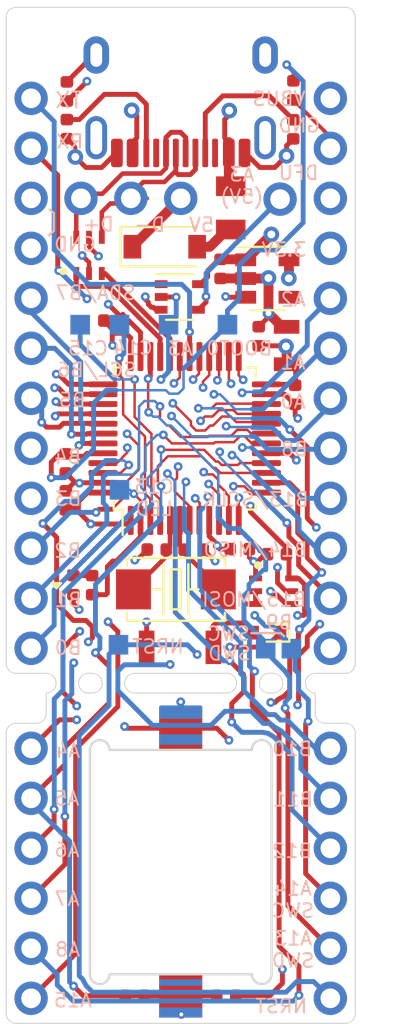
<source format=kicad_pcb>
(kicad_pcb (version 20171130) (host pcbnew "(5.1.6-0-10_14)")
  (layers (0 F.Cu signal) (1 In1.Cu signal hide) (2 In2.Cu signal) (31 B.Cu signal) (34 B.Paste user) (35 F.Paste user hide) (36 B.SilkS user) (37 F.SilkS user hide) (38 B.Mask user hide) (39 F.Mask user hide) (44 Edge.Cuts user))
  (net 0 "")
  (net 1 GND)
  (net 2 +5V)
  (net 3 +3V3)
  (net 4 "Net-(D1-Pad2)")
  (net 5 VBUS)
  (net 6 "Net-(FB1-Pad1)")
  (net 7 /D+)
  (net 8 /D-)
  (net 9 /A3)
  (net 10 "Net-(J3-PadA5)")
  (net 11 "Net-(J3-PadB5)")
  (net 12 /NRST)
  (net 13 /F0)
  (net 14 /F1)
  (net 15 /BOOT0)
  (net 16 /SwitchPin)
  (net 17 "Net-(D3-Pad+)")
  (net 18 /A3_5V)
  (net 19 /B3)
  (net 20 /B0)
  (net 21 /B1)
  (net 22 /B5)
  (net 23 /B4)
  (net 24 /B2)
  (net 25 /B7)
  (net 26 /B6)
  (net 27 /A10)
  (net 28 /A9)
  (net 29 /B13)
  (net 30 /B9)
  (net 31 /B15)
  (net 32 /A0)
  (net 33 /B8)
  (net 34 /B14)
  (net 35 /A2)
  (net 36 /A1)
  (net 37 /DFU)
  (net 38 /A14)
  (net 39 /A13)
  (net 40 /B12)
  (net 41 /B11)
  (net 42 /B10)
  (net 43 /A7)
  (net 44 /A8)
  (net 45 /A15)
  (net 46 /A6)
  (net 47 /A5)
  (net 48 /A4)
  (net 49 /C13)
  (net 50 /C14)
  (net 51 /C15)
  (net 52 /A12)
  (net 53 /A11)
  (net 54 "Net-(J3-PadB8)")
  (net 55 "Net-(J3-PadA8)")
  (net 56 "Net-(U1-Pad4)")
  (net 57 "Net-(U4-Pad1)")
  (module Bonsai_C:TYPE-C-31-M-12 (layer F.Cu) (at 105.86 99.22)
    (fp_text reference J3 hide)
    (fp_text value TYPE-C-31-M12_13)
    (pad S thru_hole oval (at -2.54 2.78 180) (size 1.1 2.2) (drill oval 0.6 1.7) (layers *.Cu *.Mask) (net 6 "Net-(FB1-Pad1)"))
    (pad S thru_hole oval (at -2.54 -1.42 180) (size 1.3 1.9) (drill oval 0.6 1.2) (layers *.Cu *.Mask) (net 6 "Net-(FB1-Pad1)"))
    (pad "" np_thru_hole circle (at -1.13 2.229 180) (size 0.65 0.65) (drill 0.65) (layers *.Cu *.Mask))
    (pad "" np_thru_hole circle (at 4.65 2.229 180) (size 0.65 0.65) (drill 0.65) (layers *.Cu *.Mask))
    (pad S thru_hole oval (at 6.06 -1.42 180) (size 1.3 1.9) (drill oval 0.6 1.2) (layers *.Cu *.Mask) (net 6 "Net-(FB1-Pad1)"))
    (pad A1 smd roundrect (at 5.01 3.005 180) (size 0.6 1.45) (drill (offset 0 -0.55)) (layers F.Cu F.Paste F.Mask) (net 1 GND))
    (pad B8 smd roundrect (at 3.51 3.005 180) (size 0.3 1.45) (drill (offset 0 -0.55)) (layers F.Cu F.Paste F.Mask) (net 54 "Net-(J3-PadB8)"))
    (pad A5 smd roundrect (at 3.01 3.005 180) (size 0.3 1.45) (drill (offset 0 -0.55)) (layers F.Cu F.Paste F.Mask) (net 10 "Net-(J3-PadA5)"))
    (pad B7 smd roundrect (at 2.51 3.005 180) (size 0.3 1.45) (drill (offset 0 -0.55)) (layers F.Cu F.Paste F.Mask) (net 8 /D-))
    (pad A6 smd roundrect (at 2.01 3.005 180) (size 0.3 1.45) (drill (offset 0 -0.55)) (layers F.Cu F.Paste F.Mask) (net 7 /D+))
    (pad B5 smd roundrect (at 0.01 3.005 180) (size 0.3 1.45) (drill (offset 0 -0.55)) (layers F.Cu F.Paste F.Mask) (net 11 "Net-(J3-PadB5)"))
    (pad A8 smd roundrect (at 0.51 3.005 180) (size 0.3 1.45) (drill (offset 0 -0.55)) (layers F.Cu F.Paste F.Mask) (net 55 "Net-(J3-PadA8)"))
    (pad B6 smd roundrect (at 1.01 3.005 180) (size 0.3 1.45) (drill (offset 0 -0.55)) (layers F.Cu F.Paste F.Mask) (net 7 /D+))
    (pad A7 smd roundrect (at 1.51 3.005 180) (size 0.3 1.45) (drill (offset 0 -0.55)) (layers F.Cu F.Paste F.Mask) (net 8 /D-))
    (pad S thru_hole oval (at 6.06 2.78 180) (size 1.1 2.2) (drill oval 0.6 1.7) (layers *.Cu *.Mask) (net 6 "Net-(FB1-Pad1)"))
    (pad A4 smd roundrect (at 4.21 3.005 180) (size 0.6 1.45) (drill (offset 0 -0.55)) (layers F.Cu F.Paste F.Mask) (net 5 VBUS))
    (pad B1 smd roundrect (at -1.49 3.005 180) (size 0.6 1.45) (drill (offset 0 -0.55)) (layers F.Cu F.Paste F.Mask) (net 1 GND))
    (pad B4 smd roundrect (at -0.69 3.005 180) (size 0.6 1.45) (drill (offset 0 -0.55)) (layers F.Cu F.Paste F.Mask) (net 5 VBUS))
  )
  (module Bonsai_C:SW2-SMD-2.5X3.0X1.6MM (layer F.Cu) (at 107.584 127.89 270)
    (fp_text reference K1 hide)
    (fp_text value SMD-SWITCH-TACTILE-SPST-NO_2P-2.5MMx3.0MM_ hide)
    (pad 2 smd rect (at 0 -1.7) (size 0.8 1.7) (layers F.Cu F.Paste F.Mask) (net 16 /SwitchPin))
    (pad 1 smd rect (at 0 1.7) (size 0.8 1.7) (layers F.Cu F.Paste F.Mask) (net 3 +3V3))
  )
  (module Bonsai_C:D_SOD-523 (layer F.Cu) (at 112 127.145 180)
    (fp_text reference D2 hide)
    (fp_text value 1N4148 hide)
    (pad + smd rect (at 0.7 0 180) (size 0.6 0.7) (layers F.Cu F.Paste F.Mask) (net 16 /SwitchPin))
    (pad - smd rect (at -0.7 0 180) (size 0.6 0.7) (layers F.Cu F.Paste F.Mask) (net 15 /BOOT0))
  )
  (module Bonsai_C:SOT-23-5 (layer F.Cu) (at 112.032 109.155 180)
    (fp_text reference U1 hide)
    (fp_text value AAP2967-33VIR1)
    (pad 5 smd rect (at -1.1 0.95) (size 1.06 0.65) (layers F.Cu F.Paste F.Mask) (net 3 +3V3))
    (pad 4 smd rect (at -1.1 -0.95) (size 1.06 0.65) (layers F.Cu F.Paste F.Mask) (net 56 "Net-(U1-Pad4)"))
    (pad 3 smd rect (at 1.1 -0.95) (size 1.06 0.65) (layers F.Cu F.Paste F.Mask) (net 2 +5V))
    (pad 2 smd rect (at 1.1 0) (size 1.06 0.65) (layers F.Cu F.Paste F.Mask) (net 1 GND))
    (pad 1 smd rect (at 1.1 0.95) (size 1.06 0.65) (layers F.Cu F.Paste F.Mask) (net 2 +5V))
  )
  (module Bonsai_C:SOT-353_SC-70-5 (layer F.Cu) (at 107.574 110.091 180)
    (fp_text reference U4 hide)
    (fp_text value SN74LV1T34DCKR hide)
    (pad 5 smd rect (at -0.95 0.65) (size 0.65 0.4) (layers F.Cu F.Paste F.Mask) (net 2 +5V))
    (pad 4 smd rect (at -0.95 -0.65) (size 0.65 0.4) (layers F.Cu F.Paste F.Mask) (net 18 /A3_5V))
    (pad 2 smd rect (at 0.95 0) (size 0.65 0.4) (layers F.Cu F.Paste F.Mask) (net 9 /A3))
    (pad 3 smd rect (at 0.95 -0.65) (size 0.65 0.4) (layers F.Cu F.Paste F.Mask) (net 1 GND))
    (pad 1 smd rect (at 0.95 0.65) (size 0.65 0.4) (layers F.Cu F.Paste F.Mask) (net 57 "Net-(U4-Pad1)"))
  )
  (module Bonsai_C:SOT-363_SC-70-6_SC-88 (layer F.Cu) (at 102.95 107.98 270)
    (fp_text reference U2 hide)
    (fp_text value NUF2221W1T2G)
    (pad 6 smd rect (at -0.92 0.65 90) (size 0.66 0.3) (layers F.Cu F.Paste F.Mask) (net 7 /D+))
    (pad 4 smd rect (at -0.92 -0.65 90) (size 0.66 0.3) (layers F.Cu F.Paste F.Mask) (net 8 /D-))
    (pad 2 smd rect (at 0.92 0 90) (size 0.66 0.3) (layers F.Cu F.Paste F.Mask) (net 1 GND))
    (pad 5 smd rect (at -0.92 0 90) (size 0.66 0.3) (layers F.Cu F.Paste F.Mask) (net 5 VBUS))
    (pad 3 smd rect (at 0.92 -0.65 90) (size 0.66 0.3) (layers F.Cu F.Paste F.Mask) (net 53 /A11))
    (pad 1 smd rect (at 0.92 0.65 90) (size 0.66 0.3) (layers F.Cu F.Paste F.Mask) (net 52 /A12))
  )
  (module Bonsai_C:LQFP-48_7x7mm_P0.5mm (layer F.Cu) (at 107.8225 117.281 90)
    (fp_text reference U3 hide)
    (fp_text value STM32F303CCT6)
    (pad 48 smd roundrect (at -2.75 -4.1625 90) (size 0.3 1.475) (layers F.Cu F.Paste F.Mask) (net 3 +3V3) (clearance 0.1))
    (pad 47 smd roundrect (at -2.25 -4.1625 90) (size 0.3 1.475) (layers F.Cu F.Paste F.Mask) (net 1 GND))
    (pad 46 smd roundrect (at -1.75 -4.1625 90) (size 0.3 1.475) (layers F.Cu F.Paste F.Mask) (net 30 /B9))
    (pad 45 smd roundrect (at -1.25 -4.1625 90) (size 0.3 1.475) (layers F.Cu F.Paste F.Mask) (net 33 /B8))
    (pad 44 smd roundrect (at -0.75 -4.1625 90) (size 0.3 1.475) (layers F.Cu F.Paste F.Mask) (net 15 /BOOT0))
    (pad 43 smd roundrect (at -0.25 -4.1625 90) (size 0.3 1.475) (layers F.Cu F.Paste F.Mask) (net 25 /B7))
    (pad 42 smd roundrect (at 0.25 -4.1625 90) (size 0.3 1.475) (layers F.Cu F.Paste F.Mask) (net 26 /B6))
    (pad 41 smd roundrect (at 0.75 -4.1625 90) (size 0.3 1.475) (layers F.Cu F.Paste F.Mask) (net 22 /B5))
    (pad 40 smd roundrect (at 1.25 -4.1625 90) (size 0.3 1.475) (layers F.Cu F.Paste F.Mask) (net 23 /B4))
    (pad 39 smd roundrect (at 1.75 -4.1625 90) (size 0.3 1.475) (layers F.Cu F.Paste F.Mask) (net 19 /B3))
    (pad 38 smd roundrect (at 2.25 -4.1625 90) (size 0.3 1.475) (layers F.Cu F.Paste F.Mask) (net 45 /A15))
    (pad 37 smd roundrect (at 2.75 -4.1625 90) (size 0.3 1.475) (layers F.Cu F.Paste F.Mask) (net 38 /A14))
    (pad 36 smd roundrect (at 4.1625 -2.75 90) (size 1.475 0.3) (layers F.Cu F.Paste F.Mask) (net 3 +3V3))
    (pad 35 smd roundrect (at 4.1625 -2.25 90) (size 1.475 0.3) (layers F.Cu F.Paste F.Mask) (net 1 GND))
    (pad 34 smd roundrect (at 4.1625 -1.75 90) (size 1.475 0.3) (layers F.Cu F.Paste F.Mask) (net 39 /A13))
    (pad 33 smd roundrect (at 4.1625 -1.25 90) (size 1.475 0.3) (layers F.Cu F.Paste F.Mask) (net 52 /A12))
    (pad 32 smd roundrect (at 4.1625 -0.75 90) (size 1.475 0.3) (layers F.Cu F.Paste F.Mask) (net 53 /A11))
    (pad 31 smd roundrect (at 4.1625 -0.25 90) (size 1.475 0.3) (layers F.Cu F.Paste F.Mask) (net 27 /A10))
    (pad 30 smd roundrect (at 4.1625 0.25 90) (size 1.475 0.3) (layers F.Cu F.Paste F.Mask) (net 28 /A9))
    (pad 29 smd roundrect (at 4.1625 0.75 90) (size 1.475 0.3) (layers F.Cu F.Paste F.Mask) (net 44 /A8))
    (pad 28 smd roundrect (at 4.1625 1.25 90) (size 1.475 0.3) (layers F.Cu F.Paste F.Mask) (net 31 /B15))
    (pad 27 smd roundrect (at 4.1625 1.75 90) (size 1.475 0.3) (layers F.Cu F.Paste F.Mask) (net 34 /B14))
    (pad 26 smd roundrect (at 4.1625 2.25 90) (size 1.475 0.3) (layers F.Cu F.Paste F.Mask) (net 29 /B13))
    (pad 25 smd roundrect (at 4.1625 2.75 90) (size 1.475 0.3) (layers F.Cu F.Paste F.Mask) (net 40 /B12))
    (pad 24 smd roundrect (at 2.75 4.1625 90) (size 0.3 1.475) (layers F.Cu F.Paste F.Mask) (net 3 +3V3))
    (pad 23 smd roundrect (at 2.25 4.1625 90) (size 0.3 1.475) (layers F.Cu F.Paste F.Mask) (net 1 GND))
    (pad 22 smd roundrect (at 1.75 4.1625 90) (size 0.3 1.475) (layers F.Cu F.Paste F.Mask) (net 41 /B11))
    (pad 21 smd roundrect (at 1.25 4.1625 90) (size 0.3 1.475) (layers F.Cu F.Paste F.Mask) (net 42 /B10))
    (pad 20 smd roundrect (at 0.75 4.1625 90) (size 0.3 1.475) (layers F.Cu F.Paste F.Mask) (net 24 /B2))
    (pad 19 smd roundrect (at 0.25 4.1625 90) (size 0.3 1.475) (layers F.Cu F.Paste F.Mask) (net 21 /B1))
    (pad 18 smd roundrect (at -0.25 4.1625 90) (size 0.3 1.475) (layers F.Cu F.Paste F.Mask) (net 20 /B0))
    (pad 17 smd roundrect (at -0.75 4.1625 90) (size 0.3 1.475) (layers F.Cu F.Paste F.Mask) (net 43 /A7))
    (pad 16 smd roundrect (at -1.25 4.1625 90) (size 0.3 1.475) (layers F.Cu F.Paste F.Mask) (net 46 /A6))
    (pad 15 smd roundrect (at -1.75 4.1625 90) (size 0.3 1.475) (layers F.Cu F.Paste F.Mask) (net 47 /A5))
    (pad 14 smd roundrect (at -2.25 4.1625 90) (size 0.3 1.475) (layers F.Cu F.Paste F.Mask) (net 48 /A4))
    (pad 13 smd roundrect (at -2.75 4.1625 90) (size 0.3 1.475) (layers F.Cu F.Paste F.Mask) (net 9 /A3))
    (pad 12 smd roundrect (at -4.1625 2.75 90) (size 1.475 0.3) (layers F.Cu F.Paste F.Mask) (net 35 /A2))
    (pad 11 smd roundrect (at -4.1625 2.25 90) (size 1.475 0.3) (layers F.Cu F.Paste F.Mask) (net 36 /A1))
    (pad 10 smd roundrect (at -4.1625 1.75 90) (size 1.475 0.3) (layers F.Cu F.Paste F.Mask) (net 32 /A0))
    (pad 9 smd roundrect (at -4.1625 1.25 90) (size 1.475 0.3) (layers F.Cu F.Paste F.Mask) (net 3 +3V3))
    (pad 8 smd roundrect (at -4.1625 0.75 90) (size 1.475 0.3) (layers F.Cu F.Paste F.Mask) (net 1 GND))
    (pad 7 smd roundrect (at -4.1625 0.25 90) (size 1.475 0.3) (layers F.Cu F.Paste F.Mask) (net 12 /NRST))
    (pad 6 smd roundrect (at -4.1625 -0.25 90) (size 1.475 0.3) (layers F.Cu F.Paste F.Mask) (net 14 /F1))
    (pad 5 smd roundrect (at -4.1625 -0.75 90) (size 1.475 0.3) (layers F.Cu F.Paste F.Mask) (net 13 /F0))
    (pad 4 smd roundrect (at -4.1625 -1.25 90) (size 1.475 0.3) (layers F.Cu F.Paste F.Mask) (net 51 /C15))
    (pad 3 smd roundrect (at -4.1625 -1.75 90) (size 1.475 0.3) (layers F.Cu F.Paste F.Mask) (net 50 /C14))
    (pad 2 smd roundrect (at -4.1625 -2.25 90) (size 1.475 0.3) (layers F.Cu F.Paste F.Mask) (net 49 /C13))
    (pad 1 smd roundrect (at -4.1625 -2.75 90) (size 1.475 0.3) (layers F.Cu F.Paste F.Mask) (net 3 +3V3) (clearance 0.1))
  )
  (module Bonsai_C:SOT-363_SC-70-6_SC-88 (layer F.Cu) (at 112.352 125.04)
    (fp_text reference Q1 hide)
    (fp_text value MUN5311DW1T1G)
    (pad 6 smd rect (at 0.92 -0.65) (size 0.66 0.3) (layers F.Cu F.Paste F.Mask) (net 12 /NRST))
    (pad 4 smd rect (at 0.92 0.65) (size 0.66 0.3) (layers F.Cu F.Paste F.Mask) (net 3 +3V3))
    (pad 2 smd rect (at -0.92 0) (size 0.66 0.3) (layers F.Cu F.Paste F.Mask) (net 16 /SwitchPin))
    (pad 5 smd rect (at 0.92 0) (size 0.66 0.3) (layers F.Cu F.Paste F.Mask) (net 37 /DFU))
    (pad 3 smd rect (at -0.92 0.65) (size 0.66 0.3) (layers F.Cu F.Paste F.Mask) (net 16 /SwitchPin))
    (pad 1 smd rect (at -0.92 -0.65) (size 0.66 0.3) (layers F.Cu F.Paste F.Mask) (net 1 GND))
  )
  (module Bonsai_C:C_0402_1005Metric (layer F.Cu) (at 113.447 115.062 270)
    (fp_text reference C2 hide)
    (fp_text value cap_100nF_16v_0402 hide)
    (pad 2 smd roundrect (at 0.485 0 270) (size 0.59 0.64) (layers F.Cu F.Paste F.Mask) (net 1 GND))
    (pad 1 smd roundrect (at -0.485 0 270) (size 0.59 0.64) (layers F.Cu F.Paste F.Mask) (net 3 +3V3))
  )
  (module Bonsai_C:LED_0402 (layer F.Cu) (at 102.155 124.731 90)
    (fp_text reference D3 hide)
    (fp_text value SMD-LED-WHITE_0402_)
    (pad + smd roundrect (at 0.485 0 90) (size 0.59 0.64) (layers F.Cu F.Paste F.Mask) (net 17 "Net-(D3-Pad+)"))
    (pad - smd roundrect (at -0.485 0 90) (size 0.59 0.64) (layers F.Cu F.Paste F.Mask) (net 1 GND))
  )
  (module Bonsai_C:X2-SMD-5.0X3.2X1.3MM (layer F.Cu) (at 107.3725 124.946)
    (fp_text reference Y1 hide)
    (fp_text value SMD-CRYSTAL-8MHZ-20PF-10PPM_2P-5.0X3.2MM_ hide)
    (pad 2 smd rect (at 2.159 0) (size 1.778 2.032) (layers F.Cu F.Paste F.Mask) (net 14 /F1))
    (pad 1 smd rect (at -2.159 0) (size 1.778 2.032) (layers F.Cu F.Paste F.Mask) (net 13 /F0))
  )
  (module Bonsai_C:PAD_SQUARE_1MM (layer B.Cu) (at 111.947 127.958)
    (fp_text reference J11 hide)
    (fp_text value PAD_SQUARE_1MM hide)
    (pad 1 smd rect (at 0 0) (size 1 1) (layers B.Cu B.Mask) (net 39 /A13))
  )
  (module Bonsai_C:PinHeader_1x06_P2.54mm_Vertical (layer F.Cu) (at 100 133.02)
    (fp_text reference J7 hide)
    (fp_text value HEADER-VERT_6P-2.54_ hide)
    (pad 1 thru_hole circle (at 0 0) (size 1.7 1.7) (drill 1) (layers *.Cu *.Mask) (net 48 /A4))
    (pad 2 thru_hole oval (at 0 2.54) (size 1.7 1.7) (drill 1) (layers *.Cu *.Mask) (net 47 /A5))
    (pad 3 thru_hole oval (at 0 5.08) (size 1.7 1.7) (drill 1) (layers *.Cu *.Mask) (net 46 /A6))
    (pad 6 thru_hole oval (at 0 12.7) (size 1.7 1.7) (drill 1) (layers *.Cu *.Mask) (net 45 /A15))
    (pad 5 thru_hole oval (at 0 10.16) (size 1.7 1.7) (drill 1) (layers *.Cu *.Mask) (net 44 /A8))
    (pad 4 thru_hole circle (at 0 7.62) (size 1.7 1.7) (drill 1) (layers *.Cu *.Mask) (net 43 /A7))
  )
  (module Bonsai_C:C_0402_1005Metric (layer F.Cu) (at 110.626 122.902)
    (fp_text reference C3 hide)
    (fp_text value cap_100nF_16v_0402 hide)
    (pad 2 smd roundrect (at 0.485 0) (size 0.59 0.64) (layers F.Cu F.Paste F.Mask) (net 1 GND))
    (pad 1 smd roundrect (at -0.485 0) (size 0.59 0.64) (layers F.Cu F.Paste F.Mask) (net 3 +3V3))
  )
  (module Bonsai_C:C_0402_1005Metric (layer F.Cu) (at 113.358 99.597 270)
    (fp_text reference C12 hide)
    (fp_text value cap_10uF_6v_0402 hide)
    (pad 1 smd roundrect (at -0.485 0 270) (size 0.59 0.64) (layers F.Cu F.Paste F.Mask) (net 15 /BOOT0))
    (pad 2 smd roundrect (at 0.485 0 270) (size 0.59 0.64) (layers F.Cu F.Paste F.Mask) (net 1 GND))
  )
  (module Bonsai_C:PinHeader_1x03_P2.54mm_Vertical (layer F.Cu) (at 107.62 105.08 270)
    (fp_text reference J1 hide)
    (fp_text value HEADER-VERT_3P-2.54_ hide)
    (pad 3 thru_hole oval (at 0 5.08 270) (size 1.7 1.7) (drill 1) (layers *.Cu *.Mask) (net 7 /D+))
    (pad 2 thru_hole oval (at 0 2.54 270) (size 1.7 1.7) (drill 1) (layers *.Cu *.Mask) (net 8 /D-))
    (pad 1 thru_hole circle (at 0 0 270) (size 1.7 1.7) (drill 1) (layers *.Cu *.Mask) (net 2 +5V))
  )
  (module Bonsai_C:C_0805 (layer F.Cu) (at 113.012 112.559 90)
    (fp_text reference C6 hide)
    (fp_text value cap_4.7uF_25v_0805 hide)
    (pad 2 smd rect (at 0.95 0 90) (size 0.7 1.3) (layers F.Cu F.Paste F.Mask) (net 1 GND))
    (pad 1 smd rect (at -0.95 0 90) (size 0.7 1.3) (layers F.Cu F.Paste F.Mask) (net 3 +3V3))
  )
  (module Bonsai_C:R_0402_1005Metric (layer F.Cu) (at 101.821 99.65 270)
    (fp_text reference FB1 hide)
    (fp_text value fb_0402_26ohm hide)
    (pad 2 smd roundrect (at 0.485 0 270) (size 0.59 0.64) (layers F.Cu F.Paste F.Mask) (net 1 GND))
    (pad 1 smd roundrect (at -0.485 0 270) (size 0.59 0.64) (layers F.Cu F.Paste F.Mask) (net 6 "Net-(FB1-Pad1)"))
  )
  (module Bonsai_C:PAD_SQUARE_1MM (layer B.Cu) (at 110 111.5)
    (fp_text reference J15 hide)
    (fp_text value PAD_SQUARE_1MM hide)
    (pad 1 smd rect (at 0 0) (size 1 1) (layers B.Cu B.Mask) (net 15 /BOOT0))
  )
  (module Bonsai_C:PinHeader_1x01_P2.54mm_Vertical (layer F.Cu) (at 112.68 105.12)
    (fp_text reference J2 hide)
    (fp_text value HEADER-VERT_1P-2.54_ hide)
    (pad 1 thru_hole circle (at 0 0) (size 1.7 1.7) (drill 1) (layers *.Cu *.Mask) (net 18 /A3_5V))
  )
  (module Bonsai_C:PinHeader_1x12_P2.54mm_Vertical (layer F.Cu) (at 115.24 100)
    (fp_text reference J5 hide)
    (fp_text value HEADER-VERT_12P-2.54_ hide)
    (pad 1 thru_hole circle (at 0 0) (size 1.7 1.7) (drill 1) (layers *.Cu *.Mask) (net 5 VBUS))
    (pad 2 thru_hole oval (at 0 2.54) (size 1.7 1.7) (drill 1) (layers *.Cu *.Mask) (net 1 GND))
    (pad 3 thru_hole oval (at 0 5.08) (size 1.7 1.7) (drill 1) (layers *.Cu *.Mask) (net 37 /DFU))
    (pad 6 thru_hole oval (at 0 12.7) (size 1.7 1.7) (drill 1) (layers *.Cu *.Mask) (net 36 /A1))
    (pad 5 thru_hole oval (at 0 10.16) (size 1.7 1.7) (drill 1) (layers *.Cu *.Mask) (net 35 /A2))
    (pad 4 thru_hole circle (at 0 7.62) (size 1.7 1.7) (drill 1) (layers *.Cu *.Mask) (net 3 +3V3))
    (pad 10 thru_hole circle (at 0 22.86) (size 1.7 1.7) (drill 1) (layers *.Cu *.Mask) (net 34 /B14))
    (pad 8 thru_hole oval (at 0 17.78) (size 1.7 1.7) (drill 1) (layers *.Cu *.Mask) (net 33 /B8))
    (pad 7 thru_hole circle (at 0 15.24) (size 1.7 1.7) (drill 1) (layers *.Cu *.Mask) (net 32 /A0))
    (pad 11 thru_hole oval (at 0 25.4) (size 1.7 1.7) (drill 1) (layers *.Cu *.Mask) (net 31 /B15))
    (pad 12 thru_hole oval (at 0 27.94) (size 1.7 1.7) (drill 1) (layers *.Cu *.Mask) (net 30 /B9))
    (pad 9 thru_hole oval (at 0 20.32) (size 1.7 1.7) (drill 1) (layers *.Cu *.Mask) (net 29 /B13))
  )
  (module Bonsai_C:PinHeader_1x12_P2.54mm_Vertical (layer F.Cu) (at 100 100)
    (fp_text reference J4 hide)
    (fp_text value HEADER-VERT_12P-2.54_ hide)
    (pad 1 thru_hole circle (at 0 0) (size 1.7 1.7) (drill 1) (layers *.Cu *.Mask) (net 28 /A9))
    (pad 2 thru_hole oval (at 0 2.54) (size 1.7 1.7) (drill 1) (layers *.Cu *.Mask) (net 27 /A10))
    (pad 3 thru_hole oval (at 0 5.08) (size 1.7 1.7) (drill 1) (layers *.Cu *.Mask) (net 1 GND))
    (pad 6 thru_hole oval (at 0 12.7) (size 1.7 1.7) (drill 1) (layers *.Cu *.Mask) (net 26 /B6))
    (pad 5 thru_hole oval (at 0 10.16) (size 1.7 1.7) (drill 1) (layers *.Cu *.Mask) (net 25 /B7))
    (pad 4 thru_hole circle (at 0 7.62) (size 1.7 1.7) (drill 1) (layers *.Cu *.Mask) (net 1 GND))
    (pad 10 thru_hole circle (at 0 22.86) (size 1.7 1.7) (drill 1) (layers *.Cu *.Mask) (net 24 /B2))
    (pad 8 thru_hole oval (at 0 17.78) (size 1.7 1.7) (drill 1) (layers *.Cu *.Mask) (net 23 /B4))
    (pad 7 thru_hole circle (at 0 15.24) (size 1.7 1.7) (drill 1) (layers *.Cu *.Mask) (net 22 /B5))
    (pad 11 thru_hole oval (at 0 25.4) (size 1.7 1.7) (drill 1) (layers *.Cu *.Mask) (net 21 /B1))
    (pad 12 thru_hole oval (at 0 27.94) (size 1.7 1.7) (drill 1) (layers *.Cu *.Mask) (net 20 /B0))
    (pad 9 thru_hole oval (at 0 20.32) (size 1.7 1.7) (drill 1) (layers *.Cu *.Mask) (net 19 /B3))
  )
  (module Bonsai_C:PinHeader_1x06_P2.54mm_Vertical (layer F.Cu) (at 115.24 133.02)
    (fp_text reference J6 hide)
    (fp_text value HEADER-VERT_6P-2.54_ hide)
    (pad 1 thru_hole circle (at 0 0) (size 1.7 1.7) (drill 1) (layers *.Cu *.Mask) (net 42 /B10))
    (pad 2 thru_hole oval (at 0 2.54) (size 1.7 1.7) (drill 1) (layers *.Cu *.Mask) (net 41 /B11))
    (pad 3 thru_hole oval (at 0 5.08) (size 1.7 1.7) (drill 1) (layers *.Cu *.Mask) (net 40 /B12))
    (pad 6 thru_hole oval (at 0 12.7) (size 1.7 1.7) (drill 1) (layers *.Cu *.Mask) (net 12 /NRST))
    (pad 5 thru_hole oval (at 0 10.16) (size 1.7 1.7) (drill 1) (layers *.Cu *.Mask) (net 39 /A13))
    (pad 4 thru_hole circle (at 0 7.62) (size 1.7 1.7) (drill 1) (layers *.Cu *.Mask) (net 38 /A14))
  )
  (module Bonsai_C:PAD_SQUARE_1MM (layer B.Cu) (at 104.45 127.76)
    (fp_text reference J16 hide)
    (fp_text value PAD_SQUARE_1MM hide)
    (pad 1 smd rect (at 0 0) (size 1 1) (layers B.Cu B.Mask) (net 12 /NRST))
  )
  (module Bonsai_C:R_0402_1005Metric (layer F.Cu) (at 109.94 145.59)
    (fp_text reference R6 hide)
    (fp_text value r_0_0402_nopop hide)
    (pad 2 smd roundrect (at 0.485 0) (size 0.59 0.64) (layers F.Cu F.Mask) (net 1 GND))
    (pad 1 smd roundrect (at -0.485 0) (size 0.59 0.64) (layers F.Cu F.Mask) (net 47 /A5))
  )
  (module Bonsai_C:R_0402_1005Metric (layer F.Cu) (at 105.28 145.59)
    (fp_text reference R5 hide)
    (fp_text value r_0_0402_nopop hide)
    (pad 2 smd roundrect (at 0.485 0) (size 0.59 0.64) (layers F.Cu F.Mask) (net 47 /A5))
    (pad 1 smd roundrect (at -0.485 0) (size 0.59 0.64) (layers F.Cu F.Mask) (net 47 /A5))
  )
  (module Bonsai_C:Buzzer_Mallory_AST1109MLTRQ (layer F.Cu) (at 107.62 138.8 90)
    (fp_text reference BZ1 hide)
    (fp_text value Buzzer_Mallory)
    (fp_line (start -5.7 -3.625) (end -5.7 3.625) (layer Edge.Cuts) (width 0.12))
    (fp_line (start 5.7 -3.625) (end 5.7 3.625) (layer Edge.Cuts) (width 0.12))
    (fp_line (start 5.7 4.625) (end -5.7 4.625) (layer Edge.Cuts) (width 0.12))
    (fp_line (start -5.7 -4.625) (end 5.7 -4.625) (layer Edge.Cuts) (width 0.12))
    (fp_arc (start -5.7 4.125) (end -5.7 3.625) (angle -180) (layer Edge.Cuts) (width 0.12))
    (fp_arc (start -5.7 -4.125) (end -5.7 -4.625) (angle -180) (layer Edge.Cuts) (width 0.12))
    (fp_arc (start 5.7 -4.125) (end 5.7 -3.625) (angle -180) (layer Edge.Cuts) (width 0.12))
    (fp_arc (start 5.7 4.125) (end 5.7 4.625) (angle -180) (layer Edge.Cuts) (width 0.12))
    (pad 2 smd rect (at 6.8 0 90) (size 2.2 2.2) (layers F.Cu F.Mask) (net 48 /A4))
    (pad 1 smd rect (at -6.8 0 90) (size 2.2 2.2) (layers F.Cu F.Mask) (net 47 /A5))
  )
  (module Bonsai_C:PAD_SQUARE_1MM (layer B.Cu) (at 107 111.5)
    (fp_text reference J14 hide)
    (fp_text value PAD_SQUARE_1MM hide)
    (pad 1 smd rect (at 0 0) (size 1 1) (layers B.Cu B.Mask) (net 9 /A3))
  )
  (module Bonsai_C:PAD_SQUARE_1MM (layer B.Cu) (at 102.5 111.5)
    (fp_text reference J12 hide)
    (fp_text value PAD_SQUARE_1MM hide)
    (pad 1 smd rect (at 0 0) (size 1 1) (layers B.Cu B.Mask) (net 51 /C15))
  )
  (module Bonsai_C:PAD_SQUARE_1MM (layer B.Cu) (at 104.5 111.5)
    (fp_text reference J10 hide)
    (fp_text value PAD_SQUARE_1MM hide)
    (pad 1 smd rect (at 0 0) (size 1 1) (layers B.Cu B.Mask) (net 50 /C14))
  )
  (module Bonsai_C:PAD_SQUARE_1MM (layer B.Cu) (at 113.257 127.958)
    (fp_text reference J9 hide)
    (fp_text value PAD_SQUARE_1MM hide)
    (pad 1 smd rect (at 0 0) (size 1 1) (layers B.Cu B.Mask) (net 38 /A14))
  )
  (module Bonsai_C:PAD_SQUARE_1MM (layer B.Cu) (at 104.5 119.89)
    (fp_text reference J8 hide)
    (fp_text value PAD_SQUARE_1MM hide)
    (pad 1 smd rect (at 0 0) (size 1 1) (layers B.Cu B.Mask) (net 49 /C13))
  )
  (module Bonsai_C:R_0402_1005Metric (layer F.Cu) (at 103.111 124.731 270)
    (fp_text reference R4 hide)
    (fp_text value r_75_0402_1p hide)
    (pad 2 smd roundrect (at 0.485 0 270) (size 0.59 0.64) (layers F.Cu F.Paste F.Mask) (net 49 /C13))
    (pad 1 smd roundrect (at -0.485 0 270) (size 0.59 0.64) (layers F.Cu F.Paste F.Mask) (net 17 "Net-(D3-Pad+)"))
  )
  (module Bonsai_C:R_0402_1005Metric (layer F.Cu) (at 101.821 101.564 90)
    (fp_text reference R3 hide)
    (fp_text value r_5.1k_0402_1p hide)
    (pad 2 smd roundrect (at 0.485 0 90) (size 0.59 0.64) (layers F.Cu F.Paste F.Mask) (net 11 "Net-(J3-PadB5)"))
    (pad 1 smd roundrect (at -0.485 0 90) (size 0.59 0.64) (layers F.Cu F.Paste F.Mask) (net 1 GND))
  )
  (module Bonsai_C:R_0402_1005Metric (layer F.Cu) (at 113.352 101.575 270)
    (fp_text reference R2 hide)
    (fp_text value r_5.1k_0402_1p hide)
    (pad 2 smd roundrect (at 0.485 0 270) (size 0.59 0.64) (layers F.Cu F.Paste F.Mask) (net 1 GND))
    (pad 1 smd roundrect (at -0.485 0 270) (size 0.59 0.64) (layers F.Cu F.Paste F.Mask) (net 10 "Net-(J3-PadA5)"))
  )
  (module Bonsai_C:R_0402_1005Metric (layer F.Cu) (at 101.766 118.548 270)
    (fp_text reference R1 hide)
    (fp_text value r_100k_0402_1p hide)
    (pad 2 smd roundrect (at 0.485 0 270) (size 0.59 0.64) (layers F.Cu F.Paste F.Mask) (net 1 GND))
    (pad 1 smd roundrect (at -0.485 0 270) (size 0.59 0.64) (layers F.Cu F.Paste F.Mask) (net 15 /BOOT0))
  )
  (module Bonsai_C:C_0402_1005Metric (layer F.Cu) (at 108.2765 122.929)
    (fp_text reference C9 hide)
    (fp_text value cap_20pF_50v_0402 hide)
    (pad 2 smd roundrect (at 0.485 0) (size 0.59 0.64) (layers F.Cu F.Paste F.Mask) (net 1 GND))
    (pad 1 smd roundrect (at -0.485 0) (size 0.59 0.64) (layers F.Cu F.Paste F.Mask) (net 14 /F1))
  )
  (module Bonsai_C:C_0402_1005Metric (layer F.Cu) (at 106.3985 122.925 180)
    (fp_text reference C8 hide)
    (fp_text value cap_20pF_50v_0402 hide)
    (pad 2 smd roundrect (at 0.485 0 180) (size 0.59 0.64) (layers F.Cu F.Paste F.Mask) (net 1 GND))
    (pad 1 smd roundrect (at -0.485 0 180) (size 0.59 0.64) (layers F.Cu F.Paste F.Mask) (net 13 /F0))
  )
  (module Bonsai_C:C_0402_1005Metric (layer F.Cu) (at 112.518 123.16 180)
    (fp_text reference C7 hide)
    (fp_text value cap_100nF_16v_0402 hide)
    (pad 2 smd roundrect (at 0.485 0 180) (size 0.59 0.64) (layers F.Cu F.Paste F.Mask) (net 1 GND))
    (pad 1 smd roundrect (at -0.485 0 180) (size 0.59 0.64) (layers F.Cu F.Paste F.Mask) (net 12 /NRST))
  )
  (module Bonsai_C:C_0402_1005Metric (layer F.Cu) (at 101.769 120.424 90)
    (fp_text reference C4 hide)
    (fp_text value cap_100nF_16v_0402 hide)
    (pad 2 smd roundrect (at 0.485 0 90) (size 0.59 0.64) (layers F.Cu F.Paste F.Mask) (net 1 GND))
    (pad 1 smd roundrect (at -0.485 0 90) (size 0.59 0.64) (layers F.Cu F.Paste F.Mask) (net 3 +3V3))
  )
  (module Bonsai_C:C_0402_1005Metric (layer F.Cu) (at 104.19 111.289)
    (fp_text reference C1 hide)
    (fp_text value cap_100nF_16v_0402 hide)
    (pad 2 smd roundrect (at 0.485 0) (size 0.59 0.64) (layers F.Cu F.Paste F.Mask) (net 1 GND))
    (pad 1 smd roundrect (at -0.485 0) (size 0.59 0.64) (layers F.Cu F.Paste F.Mask) (net 3 +3V3))
  )
  (module Bonsai_C:F0805 (layer F.Cu) (at 110.167 105.565 270)
    (fp_text reference F1 hide)
    (fp_text value SMD-PPTC-500MA_0805_ hide)
    (pad 2 smd rect (at 1.1 0 270) (size 1 1.5) (layers F.Cu F.Paste F.Mask) (net 4 "Net-(D1-Pad2)"))
    (pad 1 smd rect (at -1.1 0 270) (size 1 1.5) (layers F.Cu F.Paste F.Mask) (net 5 VBUS))
  )
  (module Bonsai_C:D_SOD-123 (layer F.Cu) (at 106.807 107.54)
    (fp_text reference D1 hide)
    (fp_text value B5819W)
    (pad 2 smd rect (at 1.65 0) (size 0.9 1.2) (layers F.Cu F.Paste F.Mask) (net 4 "Net-(D1-Pad2)"))
    (pad 1 smd rect (at -1.65 0) (size 0.9 1.2) (layers F.Cu F.Paste F.Mask) (net 2 +5V))
  )
  (module Bonsai_C:C_0402_1005Metric (layer F.Cu) (at 111.592 112.088 90)
    (fp_text reference C11 hide)
    (fp_text value cap_1uF_10v_0402 hide)
    (pad 2 smd roundrect (at 0.485 0 90) (size 0.59 0.64) (layers F.Cu F.Paste F.Mask) (net 1 GND))
    (pad 1 smd roundrect (at -0.485 0 90) (size 0.59 0.64) (layers F.Cu F.Paste F.Mask) (net 3 +3V3))
  )
  (module Bonsai_C:C_0402_1005Metric (layer F.Cu) (at 109.651 108.665 270)
    (fp_text reference C10 hide)
    (fp_text value cap_1uF_10v_0402 hide)
    (pad 2 smd roundrect (at 0.485 0 270) (size 0.59 0.64) (layers F.Cu F.Paste F.Mask) (net 1 GND))
    (pad 1 smd roundrect (at -0.485 0 270) (size 0.59 0.64) (layers F.Cu F.Paste F.Mask) (net 2 +5V))
  )
  (module Bonsai_C:MountingHole_2mm (layer F.Cu) (at 115.11 96.78)
    (fp_text reference MH2 hide)
    (fp_text value 2mm_mounting_hole hide)
    (pad "" np_thru_hole circle (at 0 0) (size 2 2) (drill 2) (layers *.Cu *.Mask))
  )
  (module Bonsai_C:MountingHole_2mm (layer F.Cu) (at 100.13 96.78)
    (fp_text reference MH1 hide)
    (fp_text value 2mm_mounting_hole hide)
    (pad "" np_thru_hole circle (at 0 0) (size 2 2) (drill 2) (layers *.Cu *.Mask))
  )
  (gr_text B10 (at 113.3 133.05) (layer B.SilkS) (effects (font (size 0.7 0.7) (thickness 0.1)) (justify mirror)))
  (gr_text B11 (at 113.34 135.62) (layer B.SilkS) (effects (font (size 0.7 0.7) (thickness 0.1)) (justify mirror)))
  (gr_text B12 (at 113.29 138.23) (layer B.SilkS) (effects (font (size 0.7 0.7) (thickness 0.1)) (justify mirror)))
  (gr_text "A13\nSWD" (at 113.34 143.24) (layer B.SilkS) (effects (font (size 0.7 0.7) (thickness 0.1)) (justify mirror)))
  (gr_text "A14\nSWC" (at 113.33 140.71) (layer B.SilkS) (effects (font (size 0.7 0.7) (thickness 0.1)) (justify mirror)))
  (gr_text NRST (at 112.74 146.12) (layer B.SilkS) (effects (font (size 0.7 0.7) (thickness 0.1)) (justify mirror)))
  (gr_text A15 (at 102.13 145.82) (layer B.SilkS) (effects (font (size 0.7 0.7) (thickness 0.1)) (justify mirror)))
  (gr_text A8 (at 101.86 143.24) (layer B.SilkS) (effects (font (size 0.7 0.7) (thickness 0.1)) (justify mirror)))
  (gr_text A7 (at 101.83 140.67) (layer B.SilkS) (effects (font (size 0.7 0.7) (thickness 0.1)) (justify mirror)))
  (gr_text A6 (at 101.83 138.19) (layer B.SilkS) (effects (font (size 0.7 0.7) (thickness 0.1)) (justify mirror)))
  (gr_text A5 (at 101.82 135.57) (layer B.SilkS) (effects (font (size 0.7 0.7) (thickness 0.1)) (justify mirror)))
  (gr_text A4 (at 101.86 133.14) (layer B.SilkS) (effects (font (size 0.7 0.7) (thickness 0.1)) (justify mirror)))
  (gr_text "TX\n" (at 101.92 100.09) (layer B.SilkS) (effects (font (size 0.8 0.8) (thickness 0.1)) (justify mirror)))
  (gr_text RX (at 101.97 102.2) (layer B.SilkS) (effects (font (size 0.7 0.7) (thickness 0.1)) (justify mirror)))
  (gr_text 5V (at 108.68 106.43) (layer B.SilkS) (effects (font (size 0.7 0.7) (thickness 0.1)) (justify mirror)))
  (gr_text D- (at 106.04 106.42) (layer B.SilkS) (effects (font (size 0.7 0.7) (thickness 0.1)) (justify mirror)))
  (gr_text D+ (at 103.43 106.4) (layer B.SilkS) (effects (font (size 0.7 0.7) (thickness 0.1)) (justify mirror)))
  (gr_line (start 101.16 106.73) (end 100.9 106.97) (layer B.SilkS) (width 0.12))
  (gr_line (start 101.16 105.83) (end 101.16 106.73) (layer B.SilkS) (width 0.12))
  (gr_line (start 100.95 105.65) (end 101.16 105.83) (layer B.SilkS) (width 0.12))
  (gr_text GND (at 102.24 107.42) (layer B.SilkS) (effects (font (size 0.7 0.7) (thickness 0.1)) (justify mirror)))
  (gr_text "C13\nLED" (at 106.27 120.29) (layer B.SilkS) (effects (font (size 0.7 0.7) (thickness 0.1)) (justify mirror)))
  (gr_text BOOT0 (at 110.61 112.7) (layer B.SilkS) (effects (font (size 0.7 0.7) (thickness 0.1)) (justify mirror)))
  (gr_text A3 (at 107.59 112.72) (layer B.SilkS) (effects (font (size 0.7 0.7) (thickness 0.1)) (justify mirror)))
  (gr_text C14 (at 105.18 112.68) (layer B.SilkS) (effects (font (size 0.7 0.7) (thickness 0.1)) (justify mirror)))
  (gr_text C15 (at 102.9 112.7) (layer B.SilkS) (effects (font (size 0.7 0.7) (thickness 0.1)) (justify mirror)))
  (gr_text SDA/B7 (at 103.29 109.88) (layer B.SilkS) (effects (font (size 0.7 0.7) (thickness 0.1)) (justify mirror)))
  (gr_text SCL/B6 (at 103.34 113.8) (layer B.SilkS) (effects (font (size 0.7 0.7) (thickness 0.1)) (justify mirror)))
  (gr_text B5 (at 102.1 115.33) (layer B.SilkS) (effects (font (size 0.7 0.7) (thickness 0.1)) (justify mirror)))
  (gr_text B4 (at 101.87 118.21) (layer B.SilkS) (effects (font (size 0.7 0.7) (thickness 0.1)) (justify mirror)))
  (gr_text B3 (at 101.89 120.34) (layer B.SilkS) (effects (font (size 0.7 0.7) (thickness 0.1)) (justify mirror)))
  (gr_text B2 (at 101.86 122.98) (layer B.SilkS) (effects (font (size 0.7 0.7) (thickness 0.1)) (justify mirror)))
  (gr_text B1 (at 101.89 125.48) (layer B.SilkS) (effects (font (size 0.7 0.7) (thickness 0.1)) (justify mirror)))
  (gr_text B0 (at 101.89 127.91) (layer B.SilkS) (effects (font (size 0.7 0.7) (thickness 0.1)) (justify mirror)))
  (gr_text NRST (at 106.46 127.85) (layer B.SilkS) (effects (font (size 0.7 0.7) (thickness 0.1)) (justify mirror)))
  (gr_line (start 112.72 127.17) (end 112.88 127.32) (layer B.SilkS) (width 0.12))
  (gr_line (start 111.22 127.17) (end 112.72 127.17) (layer B.SilkS) (width 0.12))
  (gr_text SWC (at 110.06 127.2) (layer B.SilkS) (effects (font (size 0.7 0.7) (thickness 0.1)) (justify mirror)))
  (gr_text SWD (at 110.1 128.2) (layer B.SilkS) (effects (font (size 0.7 0.7) (thickness 0.1)) (justify mirror)))
  (gr_text B9 (at 112.63 126.62) (layer B.SilkS) (effects (font (size 0.7 0.7) (thickness 0.1)) (justify mirror)))
  (gr_text B15/MOSI (at 111.36 125.46) (layer B.SilkS) (effects (font (size 0.7 0.7) (thickness 0.1)) (justify mirror)))
  (gr_text B14/MISO (at 111.43 122.93) (layer B.SilkS) (effects (font (size 0.7 0.7) (thickness 0.1)) (justify mirror)))
  (gr_text B13/SCLK (at 111.44 120.38) (layer B.SilkS) (effects (font (size 0.7 0.7) (thickness 0.1)) (justify mirror)))
  (gr_text B8 (at 113.41 117.82) (layer B.SilkS) (effects (font (size 0.7 0.7) (thickness 0.1)) (justify mirror)))
  (gr_text A0 (at 113.34 115.4) (layer B.SilkS) (effects (font (size 0.7 0.7) (thickness 0.1)) (justify mirror)))
  (gr_text A1 (at 113.34 113.42) (layer B.SilkS) (effects (font (size 0.7 0.7) (thickness 0.1)) (justify mirror)))
  (gr_text A2 (at 113.35 110.22) (layer B.SilkS) (effects (font (size 0.7 0.7) (thickness 0.1)) (justify mirror)))
  (gr_text 3.3V (at 112.88 107.69) (layer B.SilkS) (effects (font (size 0.7 0.7) (thickness 0.1)) (justify mirror)))
  (gr_text "A3\n(5V)" (at 110.73 104.43) (layer B.SilkS) (effects (font (size 0.7 0.7) (thickness 0.1)) (justify mirror)))
  (gr_text DFU (at 113.62 103.79) (layer B.SilkS) (effects (font (size 0.7 0.7) (thickness 0.1)) (justify mirror)))
  (gr_text GND (at 113.66 101.38) (layer B.SilkS) (effects (font (size 0.7 0.7) (thickness 0.1)) (justify mirror)))
  (gr_text VBUS (at 112.62 100.03) (layer B.SilkS) (effects (font (size 0.7 0.7) (thickness 0.1)) (justify mirror)))
  (gr_line (start 116.51 128.71) (end 116.51 95.88) (layer Edge.Cuts) (width 0.05))
  (gr_line (start 98.73 95.88) (end 98.73 128.71) (layer Edge.Cuts) (width 0.05))
  (gr_line (start 112.12 130.21) (end 112.32 130.21) (layer Edge.Cuts) (width 0.05))
  (gr_line (start 112.12 129.21) (end 112.32 129.21) (layer Edge.Cuts) (width 0.05))
  (gr_line (start 109.97 129.21) (end 105.27 129.21) (layer Edge.Cuts) (width 0.05))
  (gr_line (start 105.27 130.21) (end 109.97 130.21) (layer Edge.Cuts) (width 0.05))
  (gr_line (start 102.92 130.21) (end 103.12 130.21) (layer Edge.Cuts) (width 0.05))
  (gr_line (start 102.92 129.21) (end 103.12 129.21) (layer Edge.Cuts) (width 0.05))
  (gr_arc (start 112.12 129.71) (end 112.12 130.21) (angle 180) (layer Edge.Cuts) (width 0.05))
  (gr_arc (start 109.97 129.71) (end 109.97 129.21) (angle 180) (layer Edge.Cuts) (width 0.05))
  (gr_arc (start 112.32 129.71) (end 112.32 129.21) (angle 180) (layer Edge.Cuts) (width 0.05))
  (gr_arc (start 105.27 129.71) (end 105.27 130.21) (angle 180) (layer Edge.Cuts) (width 0.05))
  (gr_arc (start 103.12 129.71) (end 103.12 129.21) (angle 180) (layer Edge.Cuts) (width 0.05))
  (gr_arc (start 102.92 129.71) (end 102.92 130.21) (angle 180) (layer Edge.Cuts) (width 0.05))
  (gr_arc (start 116.01 146.49) (end 116.51 146.49) (angle 90) (layer Edge.Cuts) (width 0.05))
  (gr_arc (start 99.23 146.49) (end 99.23 146.99) (angle 90) (layer Edge.Cuts) (width 0.05))
  (gr_line (start 98.73 132.25) (end 98.73 146.49) (layer Edge.Cuts) (width 0.05))
  (gr_line (start 100.27 131.75) (end 99.23 131.75) (layer Edge.Cuts) (width 0.05))
  (gr_arc (start 100.77 129.71) (end 100.77 129.21) (angle 180) (layer Edge.Cuts) (width 0.05))
  (gr_arc (start 99.23 128.71) (end 99.23 129.21) (angle 90) (layer Edge.Cuts) (width 0.05))
  (gr_arc (start 100.27 131.25) (end 100.77 131.25) (angle 90) (layer Edge.Cuts) (width 0.05))
  (gr_line (start 99.23 129.21) (end 100.77 129.21) (layer Edge.Cuts) (width 0.05))
  (gr_arc (start 99.23 132.25) (end 98.73 132.25) (angle 90) (layer Edge.Cuts) (width 0.05))
  (gr_line (start 100.77 131.25) (end 100.77 130.21) (layer Edge.Cuts) (width 0.05))
  (gr_arc (start 116.01 128.71) (end 116.01 129.21) (angle -90) (layer Edge.Cuts) (width 0.05))
  (gr_arc (start 116.01 132.25) (end 116.51 132.25) (angle -90) (layer Edge.Cuts) (width 0.05))
  (gr_line (start 114.47 131.25) (end 114.47 130.21) (layer Edge.Cuts) (width 0.05))
  (gr_arc (start 114.97 131.25) (end 114.47 131.25) (angle -90) (layer Edge.Cuts) (width 0.05))
  (gr_arc (start 114.47 129.71) (end 114.47 129.21) (angle -180) (layer Edge.Cuts) (width 0.05))
  (gr_line (start 114.97 131.75) (end 116.01 131.75) (layer Edge.Cuts) (width 0.05))
  (gr_line (start 116.51 132.25) (end 116.51 146.49) (layer Edge.Cuts) (width 0.05))
  (gr_line (start 116.01 129.21) (end 114.47 129.21) (layer Edge.Cuts) (width 0.05))
  (gr_line (start 99.23 146.99) (end 116.01 146.99) (layer Edge.Cuts) (width 0.05))
  (gr_arc (start 99.23 95.88) (end 98.73 95.88) (angle 90) (layer Edge.Cuts) (width 0.05))
  (gr_arc (start 116.01 95.88) (end 116.01 95.38) (angle 90) (layer Edge.Cuts) (width 0.05))
  (gr_line (start 116.01 95.38) (end 99.23 95.38) (layer Edge.Cuts) (width 0.05))
  (via (at 102.602 107.985) (size 0.45) (drill 0.2) (layers F.Cu B.Cu) (net 1))
  (segment (start 108.7615 122.929) (end 108.5725 122.74) (width 0.23) (layer F.Cu) (net 1))
  (segment (start 115.24 101.915) (end 115.24 102.54) (width 0.25) (layer F.Cu) (net 1))
  (via (at 102.843 99.135) (size 0.45) (drill 0.2) (layers F.Cu B.Cu) (net 1))
  (segment (start 102.843 99.144) (end 102.843 99.135) (width 0.25) (layer F.Cu) (net 1))
  (segment (start 101.852 100.135) (end 102.843 99.144) (width 0.25) (layer F.Cu) (net 1))
  (segment (start 101.821 100.135) (end 101.852 100.135) (width 0.25) (layer F.Cu) (net 1))
  (via (at 102.252738 102.97834) (size 0.8) (drill 0.4) (layers F.Cu B.Cu) (net 1))
  (segment (start 104.37 102.225) (end 104.37 102.737451) (width 0.25) (layer F.Cu) (net 1))
  (segment (start 104.37 102.737451) (end 103.593776 103.513675) (width 0.25) (layer F.Cu) (net 1))
  (segment (start 102.788073 103.513675) (end 102.252738 102.97834) (width 0.25) (layer F.Cu) (net 1))
  (segment (start 103.593776 103.513675) (end 102.788073 103.513675) (width 0.25) (layer F.Cu) (net 1))
  (segment (start 102.252738 102.480738) (end 101.821 102.049) (width 0.19) (layer F.Cu) (net 1))
  (segment (start 102.252738 102.97834) (end 102.252738 102.480738) (width 0.19) (layer F.Cu) (net 1))
  (via (at 113.008857 102.920019) (size 0.8) (drill 0.4) (layers F.Cu B.Cu) (net 1))
  (segment (start 113.004981 102.920019) (end 113.008857 102.920019) (width 0.25) (layer F.Cu) (net 1))
  (segment (start 112.411355 103.513645) (end 113.004981 102.920019) (width 0.25) (layer F.Cu) (net 1))
  (segment (start 111.646194 103.513645) (end 112.411355 103.513645) (width 0.25) (layer F.Cu) (net 1))
  (segment (start 110.87 102.737451) (end 111.646194 103.513645) (width 0.25) (layer F.Cu) (net 1))
  (segment (start 110.87 102.225) (end 110.87 102.737451) (width 0.25) (layer F.Cu) (net 1))
  (segment (start 113.008857 102.403143) (end 113.008857 102.920019) (width 0.25) (layer F.Cu) (net 1))
  (segment (start 113.352 102.06) (end 113.008857 102.403143) (width 0.25) (layer F.Cu) (net 1))
  (segment (start 115.24 101.964) (end 115.24 102.54) (width 0.19) (layer F.Cu) (net 1))
  (segment (start 113.358 100.082) (end 115.24 101.964) (width 0.19) (layer F.Cu) (net 1))
  (segment (start 110.931 109.256) (end 110.932 109.255) (width 0.25) (layer F.Cu) (net 1))
  (segment (start 110.927 109.25) (end 110.932 109.255) (width 0.25) (layer F.Cu) (net 1))
  (segment (start 104.9 111.289) (end 104.675 111.289) (width 0.25) (layer F.Cu) (net 1))
  (segment (start 104.675 111.289) (end 104.675 110.969) (width 0.25) (layer F.Cu) (net 1))
  (segment (start 110.927 109.15) (end 110.932 109.155) (width 0.5) (layer F.Cu) (net 1))
  (segment (start 109.651 109.15) (end 110.927 109.15) (width 0.5) (layer F.Cu) (net 1))
  (segment (start 112.061836 109.155) (end 112.089637 109.127199) (width 0.5) (layer F.Cu) (net 1))
  (via (at 112.089637 109.127199) (size 0.8) (drill 0.4) (layers F.Cu B.Cu) (net 1))
  (segment (start 110.932 109.155) (end 112.061836 109.155) (width 0.5) (layer F.Cu) (net 1))
  (segment (start 113.012 111.609) (end 112.78 111.609) (width 0.5) (layer F.Cu) (net 1))
  (segment (start 112.78 111.609) (end 112.089637 110.918637) (width 0.5) (layer F.Cu) (net 1))
  (segment (start 113.471 115.547) (end 113.454 115.547) (width 0.25) (layer F.Cu) (net 1))
  (segment (start 102.177 119.531) (end 101.769 119.939) (width 0.25) (layer F.Cu) (net 1))
  (segment (start 102.177 119.444) (end 101.766 119.033) (width 0.25) (layer F.Cu) (net 1))
  (segment (start 102.177 119.531) (end 102.177 119.444) (width 0.25) (layer F.Cu) (net 1))
  (segment (start 113.471 115.547) (end 113.304202 115.547) (width 0.25) (layer F.Cu) (net 1))
  (via (at 105.816 110.08) (size 0.45) (drill 0.2) (layers F.Cu B.Cu) (net 1))
  (segment (start 111.592 111.603) (end 112.089637 111.105363) (width 0.25) (layer F.Cu) (net 1))
  (segment (start 112.089637 111.105363) (end 112.089637 110.918637) (width 0.25) (layer F.Cu) (net 1))
  (via (at 103.93 110.459) (size 0.45) (drill 0.2) (layers F.Cu B.Cu) (net 1))
  (segment (start 104.675 111.204) (end 103.93 110.459) (width 0.25) (layer F.Cu) (net 1))
  (segment (start 104.675 111.289) (end 104.675 111.204) (width 0.25) (layer F.Cu) (net 1))
  (segment (start 113.442912 115.547) (end 113.447 115.547) (width 0.23) (layer F.Cu) (net 1))
  (segment (start 112.912768 115.031) (end 113.428768 115.547) (width 0.25) (layer F.Cu) (net 1))
  (segment (start 113.428768 115.547) (end 113.447 115.547) (width 0.25) (layer F.Cu) (net 1))
  (segment (start 111.985 115.031) (end 112.912768 115.031) (width 0.25) (layer F.Cu) (net 1))
  (segment (start 105.5725 111.8915) (end 104.97 111.289) (width 0.25) (layer F.Cu) (net 1))
  (segment (start 105.5725 113.1185) (end 105.5725 111.8915) (width 0.25) (layer F.Cu) (net 1))
  (segment (start 104.97 111.289) (end 104.675 111.289) (width 0.25) (layer F.Cu) (net 1))
  (via (at 112.8 144.25) (size 0.45) (drill 0.2) (layers F.Cu B.Cu) (net 1))
  (segment (start 112.8 144.95289) (end 112.8 144.25) (width 0.25) (layer F.Cu) (net 1))
  (segment (start 112.16289 145.59) (end 112.8 144.95289) (width 0.25) (layer F.Cu) (net 1))
  (segment (start 110.425 145.59) (end 112.16289 145.59) (width 0.25) (layer F.Cu) (net 1))
  (via (at 105.281443 123.461443) (size 0.45) (drill 0.2) (layers F.Cu B.Cu) (net 1))
  (segment (start 105.377057 123.461443) (end 105.281443 123.461443) (width 0.23) (layer F.Cu) (net 1))
  (segment (start 105.9135 122.925) (end 105.377057 123.461443) (width 0.23) (layer F.Cu) (net 1))
  (segment (start 108.7615 122.929) (end 109.337488 123.504988) (width 0.25) (layer F.Cu) (net 1))
  (via (at 109.37301 123.504988) (size 0.45) (drill 0.2) (layers F.Cu B.Cu) (net 1))
  (segment (start 109.337488 123.504988) (end 109.37301 123.504988) (width 0.25) (layer F.Cu) (net 1))
  (segment (start 113.531483 130.905483) (end 113.531483 130.857599) (width 0.25) (layer F.Cu) (net 1))
  (segment (start 113.531483 130.857599) (end 113.56998 130.819102) (width 0.25) (layer F.Cu) (net 1))
  (via (at 113.56998 130.819102) (size 0.45) (drill 0.2) (layers F.Cu B.Cu) (net 1))
  (segment (start 111.111 123.314) (end 111.432 123.635) (width 0.25) (layer F.Cu) (net 1))
  (segment (start 111.432 124.39) (end 111.432 123.635) (width 0.25) (layer F.Cu) (net 1))
  (segment (start 111.922 123.145) (end 111.432 123.635) (width 0.25) (layer F.Cu) (net 1))
  (segment (start 111.432 123.635) (end 111.331158 123.534158) (width 0.25) (layer F.Cu) (net 1))
  (via (at 111.331158 123.52599) (size 0.45) (drill 0.2) (layers F.Cu B.Cu) (net 1))
  (segment (start 111.331158 123.534158) (end 111.331158 123.52599) (width 0.25) (layer F.Cu) (net 1))
  (segment (start 111.111 123.314) (end 111.111 122.902) (width 0.23) (layer F.Cu) (net 1))
  (via (at 114.702 126.711) (size 0.45) (drill 0.2) (layers F.Cu B.Cu) (net 1))
  (via (at 102.325 130.869) (size 0.45) (drill 0.2) (layers F.Cu B.Cu) (net 1))
  (segment (start 113.56998 130.819102) (end 113.620493 130.768589) (width 0.25) (layer F.Cu) (net 1))
  (segment (start 113.620493 130.768589) (end 113.620493 128.298917) (width 0.25) (layer F.Cu) (net 1))
  (segment (start 113.620493 128.298917) (end 114.064999 127.854412) (width 0.25) (layer F.Cu) (net 1))
  (segment (start 114.064999 127.854412) (end 114.064999 127.348001) (width 0.25) (layer F.Cu) (net 1))
  (segment (start 114.064999 127.348001) (end 114.702 126.711) (width 0.25) (layer F.Cu) (net 1))
  (segment (start 108.5725 121.4435) (end 108.560989 121.431989) (width 0.25) (layer F.Cu) (net 1))
  (segment (start 113.447 115.547) (end 113.465232 115.547) (width 0.25) (layer F.Cu) (net 1))
  (segment (start 113.25 111.609) (end 113.012 111.609) (width 0.25) (layer F.Cu) (net 1))
  (via (at 112.089637 110.918637) (size 0.6) (drill 0.3) (layers F.Cu B.Cu) (net 1))
  (segment (start 112.089637 109.127199) (end 112.089637 110.918637) (width 0.5) (layer F.Cu) (net 1))
  (segment (start 113.447 115.547) (end 113.447 116.120998) (width 0.25) (layer F.Cu) (net 1))
  (segment (start 113.447 116.120998) (end 113.584 116.257998) (width 0.25) (layer F.Cu) (net 1))
  (via (at 113.584 116.257998) (size 0.45) (drill 0.2) (layers F.Cu B.Cu) (net 1))
  (via (at 108.358048 120.321971) (size 0.45) (drill 0.2) (layers F.Cu B.Cu) (net 1))
  (segment (start 108.560989 121.431989) (end 108.583047 121.409931) (width 0.127) (layer F.Cu) (net 1))
  (segment (start 108.583047 120.54697) (end 108.358048 120.321971) (width 0.127) (layer F.Cu) (net 1))
  (segment (start 108.583047 121.409931) (end 108.583047 120.54697) (width 0.127) (layer F.Cu) (net 1))
  (segment (start 102.48157 119.531) (end 102.46257 119.55) (width 0.25) (layer F.Cu) (net 1))
  (via (at 102.46257 119.55) (size 0.45) (drill 0.2) (layers F.Cu B.Cu) (net 1))
  (segment (start 102.177 119.531) (end 102.44357 119.531) (width 0.25) (layer F.Cu) (net 1))
  (segment (start 102.44357 119.531) (end 102.46257 119.55) (width 0.25) (layer F.Cu) (net 1))
  (segment (start 103.66 119.531) (end 102.48157 119.531) (width 0.25) (layer F.Cu) (net 1))
  (via (at 102.479169 127.077962) (size 0.45) (drill 0.2) (layers F.Cu B.Cu) (net 1))
  (segment (start 101.625 130.169) (end 101.625 127.932131) (width 0.25) (layer F.Cu) (net 1))
  (segment (start 102.325 130.869) (end 101.625 130.169) (width 0.25) (layer F.Cu) (net 1))
  (via (at 102.452424 125.97499) (size 0.45) (drill 0.2) (layers F.Cu B.Cu) (net 1))
  (segment (start 101.625 127.932131) (end 102.479169 127.077962) (width 0.25) (layer F.Cu) (net 1))
  (segment (start 102.155 125.216) (end 102.155 125.677566) (width 0.25) (layer F.Cu) (net 1))
  (segment (start 102.155 125.677566) (end 102.452424 125.97499) (width 0.25) (layer F.Cu) (net 1))
  (segment (start 105.973999 110.468366) (end 105.973999 110.363999) (width 0.25) (layer F.Cu) (net 1))
  (segment (start 105.973999 110.363999) (end 105.816 110.206) (width 0.25) (layer F.Cu) (net 1))
  (segment (start 106.226001 110.616001) (end 106.121634 110.616001) (width 0.25) (layer F.Cu) (net 1))
  (segment (start 106.624 110.741) (end 106.351 110.741) (width 0.25) (layer F.Cu) (net 1))
  (segment (start 105.816 110.206) (end 105.816 110.08) (width 0.25) (layer F.Cu) (net 1))
  (segment (start 106.121634 110.616001) (end 105.973999 110.468366) (width 0.25) (layer F.Cu) (net 1))
  (segment (start 106.351 110.741) (end 106.226001 110.616001) (width 0.25) (layer F.Cu) (net 1))
  (segment (start 102.95 108.333) (end 102.602 107.985) (width 0.23) (layer F.Cu) (net 1))
  (segment (start 102.95 108.9) (end 102.95 108.333) (width 0.23) (layer F.Cu) (net 1))
  (segment (start 105.092 107.544) (end 105.092 107.306) (width 0.5) (layer F.Cu) (net 2))
  (segment (start 105.16 107.54) (end 107.62 105.08) (width 0.5) (layer F.Cu) (net 2))
  (segment (start 105.157 107.54) (end 105.16 107.54) (width 0.5) (layer F.Cu) (net 2))
  (segment (start 110.911 110.226) (end 110.932 110.205) (width 0.25) (layer F.Cu) (net 2))
  (segment (start 109.676 108.305) (end 109.651 108.28) (width 0.25) (layer F.Cu) (net 2))
  (segment (start 109.639 108.28) (end 109.651 108.28) (width 0.25) (layer F.Cu) (net 2))
  (segment (start 108.524 109.441) (end 108.524 109.395) (width 0.25) (layer F.Cu) (net 2))
  (segment (start 108.524 109.441) (end 108.622 109.441) (width 0.25) (layer F.Cu) (net 2))
  (segment (start 108.622 109.441) (end 108.997 109.066) (width 0.25) (layer F.Cu) (net 2))
  (segment (start 108.997 109.066) (end 108.997 108.755) (width 0.25) (layer F.Cu) (net 2))
  (segment (start 109.572 108.18) (end 109.651 108.18) (width 0.25) (layer F.Cu) (net 2))
  (segment (start 108.997 108.755) (end 109.572 108.18) (width 0.25) (layer F.Cu) (net 2))
  (segment (start 110.907 108.18) (end 110.932 108.205) (width 0.5) (layer F.Cu) (net 2))
  (segment (start 109.651 108.18) (end 110.907 108.18) (width 0.5) (layer F.Cu) (net 2))
  (via (at 112.234339 106.913339) (size 0.8) (drill 0.4) (layers F.Cu B.Cu) (net 2))
  (segment (start 110.932 108.205) (end 110.942678 108.205) (width 0.5) (layer F.Cu) (net 2))
  (segment (start 110.942678 108.205) (end 112.234339 106.913339) (width 0.5) (layer F.Cu) (net 2))
  (segment (start 110.932 110.105) (end 109.942 110.105) (width 0.25) (layer F.Cu) (net 2))
  (via (at 109.906001 110.069001) (size 0.45) (drill 0.2) (layers F.Cu B.Cu) (net 2))
  (segment (start 109.942 110.105) (end 109.906001 110.069001) (width 0.25) (layer F.Cu) (net 2))
  (segment (start 113.132 108.305) (end 113.087 108.305) (width 0.5) (layer F.Cu) (net 3))
  (segment (start 113.425 114.531) (end 113.471 114.577) (width 0.25) (layer F.Cu) (net 3))
  (segment (start 113.471 114.577) (end 113.471 113.914) (width 0.25) (layer F.Cu) (net 3))
  (segment (start 113.012 113.509) (end 113.323 113.509) (width 0.25) (layer F.Cu) (net 3))
  (segment (start 113.471 113.657) (end 113.471 113.914) (width 0.25) (layer F.Cu) (net 3))
  (segment (start 113.323 113.509) (end 113.471 113.657) (width 0.25) (layer F.Cu) (net 3))
  (via (at 113.125 109.144) (size 0.8) (drill 0.4) (layers F.Cu B.Cu) (net 3))
  (segment (start 113.132 109.137) (end 113.125 109.144) (width 0.5) (layer F.Cu) (net 3))
  (segment (start 113.132 108.205) (end 113.132 109.137) (width 0.5) (layer F.Cu) (net 3))
  (segment (start 113.401 114.531) (end 113.447 114.577) (width 0.25) (layer F.Cu) (net 3))
  (segment (start 111.985 114.531) (end 113.401 114.531) (width 0.25) (layer F.Cu) (net 3))
  (segment (start 104.05499 111.63899) (end 103.705 111.289) (width 0.25) (layer F.Cu) (net 3))
  (segment (start 104.133 111.735232) (end 104.05499 111.657222) (width 0.25) (layer F.Cu) (net 3))
  (segment (start 104.05499 111.657222) (end 104.05499 111.63899) (width 0.25) (layer F.Cu) (net 3))
  (segment (start 104.133 112.037) (end 104.133 111.735232) (width 0.25) (layer F.Cu) (net 3))
  (segment (start 109.067732 121.448268) (end 109.0725 121.4435) (width 0.25) (layer F.Cu) (net 3))
  (segment (start 109.067732 122.247) (end 109.067732 121.448268) (width 0.25) (layer F.Cu) (net 3))
  (segment (start 105.0725 121.4435) (end 105.062 121.454) (width 0.25) (layer F.Cu) (net 3))
  (segment (start 109.619 122.902) (end 109.418 122.701) (width 0.25) (layer F.Cu) (net 3))
  (via (at 109.481 122.722) (size 0.45) (drill 0.2) (layers F.Cu B.Cu) (net 3))
  (segment (start 110.141 122.902) (end 109.619 122.902) (width 0.25) (layer F.Cu) (net 3))
  (segment (start 109.481 122.660268) (end 109.481 122.722) (width 0.25) (layer F.Cu) (net 3))
  (segment (start 109.067732 122.247) (end 109.481 122.660268) (width 0.25) (layer F.Cu) (net 3))
  (segment (start 105.884 127.89) (end 105.912 127.89) (width 0.25) (layer F.Cu) (net 3))
  (segment (start 104.133 112.037) (end 104.133 112.536) (width 0.25) (layer F.Cu) (net 3))
  (via (at 104.152 112.555) (size 0.45) (drill 0.2) (layers F.Cu B.Cu) (net 3))
  (segment (start 104.133 112.536) (end 104.152 112.555) (width 0.25) (layer F.Cu) (net 3))
  (segment (start 104.238 111.932) (end 104.133 112.037) (width 0.25) (layer F.Cu) (net 3))
  (segment (start 105.0725 113.1185) (end 105.0725 112.1765) (width 0.25) (layer F.Cu) (net 3))
  (segment (start 104.331778 111.93401) (end 104.329768 111.932) (width 0.25) (layer F.Cu) (net 3))
  (segment (start 104.329768 111.932) (end 104.238 111.932) (width 0.25) (layer F.Cu) (net 3))
  (segment (start 105.0725 112.1765) (end 104.83001 111.93401) (width 0.25) (layer F.Cu) (net 3))
  (segment (start 104.83001 111.93401) (end 104.331778 111.93401) (width 0.25) (layer F.Cu) (net 3))
  (segment (start 101.994 120.909) (end 101.769 120.909) (width 0.25) (layer F.Cu) (net 3))
  (segment (start 103.66 120.031) (end 102.872 120.031) (width 0.25) (layer F.Cu) (net 3))
  (segment (start 102.408 120.909) (end 102.408 120.495) (width 0.25) (layer F.Cu) (net 3))
  (segment (start 102.408 120.495) (end 102.616 120.287) (width 0.25) (layer F.Cu) (net 3))
  (segment (start 102.872 120.031) (end 102.616 120.287) (width 0.25) (layer F.Cu) (net 3))
  (segment (start 102.616 120.287) (end 101.994 120.909) (width 0.25) (layer F.Cu) (net 3))
  (segment (start 101.769 120.909) (end 102.408 120.909) (width 0.25) (layer F.Cu) (net 3))
  (segment (start 113.272 125.69) (end 112.981082 125.69) (width 0.25) (layer F.Cu) (net 3))
  (segment (start 112.504041 125.212959) (end 112.373972 125.212959) (width 0.23) (layer F.Cu) (net 3))
  (segment (start 112.981082 125.69) (end 112.504041 125.212959) (width 0.25) (layer F.Cu) (net 3))
  (segment (start 112.504041 125.212959) (end 112.304959 125.212959) (width 0.23) (layer F.Cu) (net 3))
  (via (at 112.187002 125.038) (size 0.45) (drill 0.2) (layers F.Cu B.Cu) (net 3))
  (segment (start 112.187002 125.095002) (end 112.187002 125.038) (width 0.23) (layer F.Cu) (net 3))
  (segment (start 112.304959 125.212959) (end 112.187002 125.095002) (width 0.23) (layer F.Cu) (net 3))
  (via (at 105.881 126.602) (size 0.45) (drill 0.2) (layers F.Cu B.Cu) (net 3))
  (segment (start 105.884 127.89) (end 105.884 126.605) (width 0.25) (layer F.Cu) (net 3))
  (segment (start 105.884 126.605) (end 105.881 126.602) (width 0.25) (layer F.Cu) (net 3))
  (segment (start 111.592 112.573) (end 112.95068 112.573) (width 0.25) (layer F.Cu) (net 3))
  (segment (start 113.012 113.509) (end 113.012 112.63432) (width 0.5) (layer F.Cu) (net 3))
  (segment (start 112.95068 112.573) (end 112.981341 112.603661) (width 0.25) (layer F.Cu) (net 3))
  (via (at 112.981341 112.603661) (size 0.8) (drill 0.4) (layers F.Cu B.Cu) (net 3))
  (segment (start 113.012 112.63432) (end 112.981341 112.603661) (width 0.5) (layer F.Cu) (net 3))
  (segment (start 105.0725 121.4435) (end 104.890823 121.625177) (width 0.25) (layer F.Cu) (net 3))
  (segment (start 104.890823 121.625177) (end 103.035993 121.625177) (width 0.25) (layer F.Cu) (net 3))
  (via (at 103.035993 121.625177) (size 0.45) (drill 0.2) (layers F.Cu B.Cu) (net 3))
  (segment (start 102.408 120.997184) (end 103.035993 121.625177) (width 0.25) (layer F.Cu) (net 3))
  (segment (start 102.408 120.909) (end 102.408 120.997184) (width 0.25) (layer F.Cu) (net 3))
  (segment (start 110.167 106.665) (end 109.98 106.665) (width 0.5) (layer F.Cu) (net 4))
  (segment (start 109.98 106.665) (end 109.101 107.544) (width 0.5) (layer F.Cu) (net 4))
  (segment (start 108.461 107.544) (end 108.457 107.54) (width 0.5) (layer F.Cu) (net 4))
  (segment (start 109.101 107.544) (end 108.461 107.544) (width 0.5) (layer F.Cu) (net 4))
  (via (at 103.433 108.02) (size 0.45) (drill 0.2) (layers F.Cu B.Cu) (net 5))
  (via (at 105.123807 100.612015) (size 0.8) (drill 0.4) (layers F.Cu B.Cu) (net 5))
  (segment (start 105.380001 102.014999) (end 105.380001 100.868209) (width 0.25) (layer F.Cu) (net 5))
  (segment (start 105.380001 100.868209) (end 105.123807 100.612015) (width 0.25) (layer F.Cu) (net 5))
  (segment (start 105.17 102.225) (end 105.380001 102.014999) (width 0.25) (layer F.Cu) (net 5))
  (segment (start 110.07 102.225) (end 109.859999 102.014999) (width 0.25) (layer F.Cu) (net 5))
  (segment (start 109.859999 102.014999) (end 109.859999 101.072411) (width 0.25) (layer F.Cu) (net 5))
  (segment (start 109.859999 101.072411) (end 110.093999 100.838411) (width 0.25) (layer F.Cu) (net 5))
  (via (at 110.093999 100.622811) (size 0.8) (drill 0.4) (layers F.Cu B.Cu) (net 5))
  (segment (start 110.093999 100.838411) (end 110.093999 100.622811) (width 0.25) (layer F.Cu) (net 5))
  (segment (start 110.07 104.368) (end 110.167 104.465) (width 0.5) (layer F.Cu) (net 5))
  (segment (start 110.07 102.225) (end 110.07 104.368) (width 0.5) (layer F.Cu) (net 5))
  (segment (start 102.95 107.537) (end 102.95 107.06) (width 0.23) (layer F.Cu) (net 5))
  (segment (start 103.433 108.02) (end 102.95 107.537) (width 0.23) (layer F.Cu) (net 5))
  (segment (start 101.821 99.165) (end 103.186 97.8) (width 0.25) (layer F.Cu) (net 6))
  (segment (start 103.186 97.8) (end 103.32 97.8) (width 0.25) (layer F.Cu) (net 6))
  (segment (start 106.87 102.001004) (end 106.87 102.325) (width 0.25) (layer F.Cu) (net 7))
  (segment (start 107.874 102.325) (end 107.874 102.015) (width 0.25) (layer F.Cu) (net 7))
  (segment (start 102.3 105.32) (end 102.3 107.06) (width 0.23) (layer F.Cu) (net 7))
  (segment (start 102.54 105.08) (end 102.3 105.32) (width 0.23) (layer F.Cu) (net 7))
  (segment (start 107.610692 101.72499) (end 107.874 101.988298) (width 0.25) (layer F.Cu) (net 7))
  (segment (start 107.129308 101.72499) (end 107.610692 101.72499) (width 0.25) (layer F.Cu) (net 7))
  (segment (start 106.87 101.984298) (end 107.129308 101.72499) (width 0.25) (layer F.Cu) (net 7))
  (segment (start 107.874 101.988298) (end 107.874 102.015) (width 0.25) (layer F.Cu) (net 7))
  (segment (start 106.87 102.225) (end 106.87 101.984298) (width 0.25) (layer F.Cu) (net 7))
  (segment (start 104.658011 103.819989) (end 106.601571 103.819989) (width 0.23) (layer F.Cu) (net 7))
  (segment (start 106.601571 103.819989) (end 106.87 103.55156) (width 0.23) (layer F.Cu) (net 7))
  (segment (start 106.87 103.55156) (end 106.87 102.225) (width 0.23) (layer F.Cu) (net 7))
  (segment (start 103.631 104.847) (end 104.658011 103.819989) (width 0.23) (layer F.Cu) (net 7))
  (segment (start 102.773 104.847) (end 103.631 104.847) (width 0.23) (layer F.Cu) (net 7))
  (segment (start 102.54 105.08) (end 102.773 104.847) (width 0.23) (layer F.Cu) (net 7))
  (segment (start 105.89 105.08) (end 105.08 105.08) (width 0.23) (layer F.Cu) (net 8))
  (segment (start 105.08 105.08) (end 105.08 104.699) (width 0.23) (layer F.Cu) (net 8))
  (segment (start 103.6 106.463) (end 103.6 107.06) (width 0.23) (layer F.Cu) (net 8))
  (segment (start 103.6 105.78) (end 103.6 106.463) (width 0.23) (layer F.Cu) (net 8))
  (segment (start 104.038 105.342) (end 103.6 105.78) (width 0.23) (layer F.Cu) (net 8))
  (segment (start 104.563 105.342) (end 104.038 105.342) (width 0.23) (layer F.Cu) (net 8))
  (segment (start 104.825 105.08) (end 104.563 105.342) (width 0.23) (layer F.Cu) (net 8))
  (segment (start 105.08 105.08) (end 104.825 105.08) (width 0.23) (layer F.Cu) (net 8))
  (segment (start 106.793001 104.249999) (end 107.37 103.673) (width 0.23) (layer F.Cu) (net 8))
  (segment (start 105.08 104.885) (end 105.715001 104.249999) (width 0.23) (layer F.Cu) (net 8))
  (segment (start 107.37 103.673) (end 107.37 102.225) (width 0.23) (layer F.Cu) (net 8))
  (segment (start 105.715001 104.249999) (end 106.793001 104.249999) (width 0.23) (layer F.Cu) (net 8))
  (segment (start 105.08 105.08) (end 105.08 104.885) (width 0.23) (layer F.Cu) (net 8))
  (segment (start 107.37 103.756) (end 107.37 102.225) (width 0.25) (layer F.Cu) (net 8))
  (segment (start 107.488 103.874) (end 107.37 103.756) (width 0.25) (layer F.Cu) (net 8))
  (segment (start 108.11 103.874) (end 107.488 103.874) (width 0.25) (layer F.Cu) (net 8))
  (segment (start 108.37 103.614) (end 108.11 103.874) (width 0.25) (layer F.Cu) (net 8))
  (segment (start 108.37 102.225) (end 108.37 103.614) (width 0.25) (layer F.Cu) (net 8))
  (via (at 107.39 110.099) (size 0.45) (drill 0.2) (layers F.Cu B.Cu) (net 9))
  (segment (start 107.382 110.091) (end 107.39 110.099) (width 0.25) (layer F.Cu) (net 9))
  (segment (start 106.624 110.091) (end 107.382 110.091) (width 0.25) (layer F.Cu) (net 9))
  (segment (start 107.39 111.11) (end 107 111.5) (width 0.25) (layer B.Cu) (net 9))
  (segment (start 107.39 110.099) (end 107.39 111.11) (width 0.25) (layer B.Cu) (net 9))
  (segment (start 111.985 120.031) (end 111.181798 120.031) (width 0.25) (layer F.Cu) (net 9))
  (segment (start 107 111.5) (end 107 113.895813) (width 0.25) (layer B.Cu) (net 9))
  (via (at 106.610977 114.284836) (size 0.45) (drill 0.2) (layers F.Cu B.Cu) (net 9))
  (segment (start 107 113.895813) (end 106.610977 114.284836) (width 0.25) (layer B.Cu) (net 9))
  (via (at 110.301463 119.709228) (size 0.45) (drill 0.2) (layers F.Cu B.Cu) (net 9))
  (segment (start 110.619661 119.709228) (end 110.301463 119.709228) (width 0.127) (layer F.Cu) (net 9))
  (segment (start 111.181798 120.031) (end 110.860026 119.709228) (width 0.127) (layer F.Cu) (net 9))
  (segment (start 110.860026 119.709228) (end 110.619661 119.709228) (width 0.127) (layer F.Cu) (net 9))
  (segment (start 109.764 99.874) (end 112.136 99.874) (width 0.25) (layer F.Cu) (net 10))
  (segment (start 112.136 99.874) (end 113.352 101.09) (width 0.25) (layer F.Cu) (net 10))
  (segment (start 108.87 100.768) (end 109.764 99.874) (width 0.25) (layer F.Cu) (net 10))
  (segment (start 108.87 102.225) (end 108.87 100.768) (width 0.25) (layer F.Cu) (net 10))
  (segment (start 102.453549 101.079) (end 103.734549 99.798) (width 0.25) (layer F.Cu) (net 11))
  (segment (start 101.821 101.079) (end 102.453549 101.079) (width 0.25) (layer F.Cu) (net 11))
  (segment (start 103.734549 99.798) (end 105.368 99.798) (width 0.25) (layer F.Cu) (net 11))
  (segment (start 105.87 100.3) (end 105.87 102.225) (width 0.25) (layer F.Cu) (net 11))
  (segment (start 105.368 99.798) (end 105.87 100.3) (width 0.25) (layer F.Cu) (net 11))
  (segment (start 102.45 132.369) (end 103.969506 130.849494) (width 0.25) (layer B.Cu) (net 12))
  (segment (start 102.45 144.579043) (end 102.45 132.369) (width 0.25) (layer B.Cu) (net 12))
  (segment (start 115.24 145.72) (end 114.390001 144.870001) (width 0.25) (layer B.Cu) (net 12))
  (segment (start 103.13297 145.409989) (end 102.802307 145.079326) (width 0.25) (layer B.Cu) (net 12))
  (segment (start 112.986007 145.409989) (end 103.13297 145.409989) (width 0.25) (layer B.Cu) (net 12))
  (segment (start 103.969506 128.240494) (end 104.45 127.76) (width 0.25) (layer B.Cu) (net 12))
  (segment (start 102.629907 144.75895) (end 102.45 144.579043) (width 0.25) (layer B.Cu) (net 12))
  (segment (start 102.802307 145.079326) (end 102.629907 144.75895) (width 0.25) (layer B.Cu) (net 12))
  (segment (start 114.390001 144.870001) (end 113.525995 144.870001) (width 0.25) (layer B.Cu) (net 12))
  (segment (start 103.969506 130.849494) (end 103.969506 128.240494) (width 0.25) (layer B.Cu) (net 12))
  (segment (start 113.525995 144.870001) (end 112.986007 145.409989) (width 0.25) (layer B.Cu) (net 12))
  (segment (start 113.134 123.291) (end 113.003 123.16) (width 0.25) (layer F.Cu) (net 12))
  (segment (start 113.134 124.252) (end 113.134 123.291) (width 0.25) (layer F.Cu) (net 12))
  (segment (start 104.45 127.76) (end 107.966984 127.76) (width 0.25) (layer B.Cu) (net 12))
  (via (at 108.458984 128.252) (size 0.45) (drill 0.2) (layers F.Cu B.Cu) (net 12))
  (segment (start 107.966984 127.76) (end 108.458984 128.252) (width 0.25) (layer B.Cu) (net 12))
  (segment (start 113.927001 126.222849) (end 113.884838 126.265012) (width 0.25) (layer F.Cu) (net 12))
  (segment (start 113.272 124.39) (end 113.619 124.39) (width 0.25) (layer F.Cu) (net 12))
  (segment (start 113.619 124.39) (end 113.927001 124.698001) (width 0.25) (layer F.Cu) (net 12))
  (segment (start 113.927001 124.698001) (end 113.927001 126.222849) (width 0.25) (layer F.Cu) (net 12))
  (segment (start 113.884838 126.265012) (end 113.56664 126.265012) (width 0.25) (layer F.Cu) (net 12))
  (via (at 113.56664 126.265012) (size 0.45) (drill 0.2) (layers F.Cu B.Cu) (net 12))
  (segment (start 111.166734 121.003734) (end 111.166734 120.708266) (width 0.25) (layer F.Cu) (net 12))
  (segment (start 111.120265 120.661798) (end 111.166733 120.708266) (width 0.127) (layer F.Cu) (net 12))
  (segment (start 113.003 123.16) (end 113.003 122.84) (width 0.25) (layer F.Cu) (net 12))
  (segment (start 111.166733 120.708266) (end 111.166734 120.708266) (width 0.127) (layer F.Cu) (net 12))
  (via (at 111.166734 120.708266) (size 0.45) (drill 0.2) (layers F.Cu B.Cu) (net 12))
  (segment (start 113.003 122.84) (end 111.166734 121.003734) (width 0.25) (layer F.Cu) (net 12))
  (segment (start 107.432608 118.762503) (end 107.487692 118.707419) (width 0.127) (layer F.Cu) (net 12))
  (segment (start 107.313501 119.417421) (end 107.432608 119.298314) (width 0.127) (layer F.Cu) (net 12))
  (segment (start 108.0725 120.727272) (end 107.313501 119.968273) (width 0.127) (layer F.Cu) (net 12))
  (segment (start 107.313501 119.968273) (end 107.313501 119.417421) (width 0.127) (layer F.Cu) (net 12))
  (via (at 107.487692 118.707419) (size 0.45) (drill 0.2) (layers F.Cu B.Cu) (net 12))
  (segment (start 108.0725 121.4435) (end 108.0725 120.727272) (width 0.127) (layer F.Cu) (net 12))
  (segment (start 107.432608 119.298314) (end 107.432608 118.762503) (width 0.127) (layer F.Cu) (net 12))
  (segment (start 107.0725 122.736) (end 106.8835 122.925) (width 0.23) (layer F.Cu) (net 13))
  (segment (start 107.0725 121.4435) (end 107.0725 122.736) (width 0.23) (layer F.Cu) (net 13))
  (segment (start 106.8835 122.925) (end 106.8835 123.276) (width 0.23) (layer F.Cu) (net 13))
  (segment (start 106.8835 123.276) (end 105.2135 124.946) (width 0.23) (layer F.Cu) (net 13))
  (segment (start 107.5725 122.71) (end 107.7915 122.929) (width 0.23) (layer F.Cu) (net 14))
  (segment (start 107.5725 121.4435) (end 107.5725 122.71) (width 0.23) (layer F.Cu) (net 14))
  (segment (start 107.7915 122.929) (end 107.7915 123.079) (width 0.23) (layer F.Cu) (net 14))
  (segment (start 107.7915 123.079) (end 109.5315 124.819) (width 0.23) (layer F.Cu) (net 14))
  (segment (start 109.5315 124.819) (end 109.5315 124.946) (width 0.23) (layer F.Cu) (net 14))
  (via (at 113.018 98.291) (size 0.45) (drill 0.2) (layers F.Cu B.Cu) (net 15))
  (segment (start 113.358 98.631) (end 113.018 98.291) (width 0.19) (layer F.Cu) (net 15))
  (segment (start 113.358 99.112) (end 113.358 98.631) (width 0.19) (layer F.Cu) (net 15))
  (segment (start 110 111.5) (end 110 110.774589) (width 0.25) (layer B.Cu) (net 15))
  (segment (start 112.471009 107.701989) (end 113.855001 106.317997) (width 0.25) (layer B.Cu) (net 15))
  (segment (start 110.607989 110.1666) (end 110.607989 108.4646) (width 0.25) (layer B.Cu) (net 15))
  (segment (start 110.607989 108.4646) (end 111.3706 107.701989) (width 0.25) (layer B.Cu) (net 15))
  (segment (start 110 110.774589) (end 110.607989 110.1666) (width 0.25) (layer B.Cu) (net 15))
  (segment (start 111.3706 107.701989) (end 112.471009 107.701989) (width 0.25) (layer B.Cu) (net 15))
  (segment (start 113.855001 106.317997) (end 113.855001 99.128001) (width 0.25) (layer B.Cu) (net 15))
  (segment (start 113.855001 99.128001) (end 113.018 98.291) (width 0.25) (layer B.Cu) (net 15))
  (via (at 101.026417 119.270417) (size 0.45) (drill 0.2) (layers F.Cu B.Cu) (net 15))
  (segment (start 101.026417 118.482583) (end 101.026417 119.270417) (width 0.25) (layer F.Cu) (net 15))
  (segment (start 101.766 118.063) (end 101.446 118.063) (width 0.25) (layer F.Cu) (net 15))
  (segment (start 101.446 118.063) (end 101.026417 118.482583) (width 0.25) (layer F.Cu) (net 15))
  (segment (start 101.026417 119.270417) (end 101.026417 119.254583) (width 0.25) (layer B.Cu) (net 15))
  (segment (start 102.850047 118.031) (end 102.699635 118.181412) (width 0.25) (layer F.Cu) (net 15))
  (segment (start 101.884412 118.181412) (end 101.766 118.063) (width 0.25) (layer F.Cu) (net 15))
  (segment (start 103.66 118.031) (end 102.850047 118.031) (width 0.25) (layer F.Cu) (net 15))
  (segment (start 102.699635 118.181412) (end 101.884412 118.181412) (width 0.25) (layer F.Cu) (net 15))
  (segment (start 107.815023 113.684977) (end 110 111.5) (width 0.25) (layer B.Cu) (net 15))
  (segment (start 112.7 127.145) (end 112.7 126.895002) (width 0.25) (layer F.Cu) (net 15))
  (segment (start 112.7 127.145) (end 111.966 127.879) (width 0.25) (layer F.Cu) (net 15))
  (segment (start 111.966 127.879) (end 110.798998 127.879) (width 0.25) (layer F.Cu) (net 15))
  (segment (start 110.126978 127.879) (end 110.121978 127.874) (width 0.25) (layer F.Cu) (net 15))
  (via (at 110.121978 127.874) (size 0.45) (drill 0.2) (layers F.Cu B.Cu) (net 15))
  (segment (start 110.798998 127.879) (end 110.126978 127.879) (width 0.25) (layer F.Cu) (net 15))
  (segment (start 107.763746 113.736254) (end 107.815023 113.684977) (width 0.127) (layer B.Cu) (net 15))
  (segment (start 107.763746 114.737236) (end 107.763746 113.736254) (width 0.127) (layer B.Cu) (net 15))
  (segment (start 107.039519 115.004501) (end 107.496481 115.004501) (width 0.127) (layer B.Cu) (net 15))
  (segment (start 106.864539 114.829521) (end 107.039519 115.004501) (width 0.127) (layer B.Cu) (net 15))
  (segment (start 107.496481 115.004501) (end 107.763746 114.737236) (width 0.127) (layer B.Cu) (net 15))
  (segment (start 101.737195 119.270417) (end 103.183991 117.823621) (width 0.25) (layer B.Cu) (net 15))
  (segment (start 101.026417 119.270417) (end 101.737195 119.270417) (width 0.25) (layer B.Cu) (net 15))
  (segment (start 103.183991 115.485599) (end 103.840069 114.829521) (width 0.25) (layer B.Cu) (net 15))
  (segment (start 103.183991 117.823621) (end 103.183991 115.485599) (width 0.25) (layer B.Cu) (net 15))
  (segment (start 103.840069 114.829521) (end 104.329521 114.829521) (width 0.25) (layer B.Cu) (net 15))
  (segment (start 104.329521 114.829521) (end 106.864539 114.829521) (width 0.127) (layer B.Cu) (net 15))
  (segment (start 111.432 125.04) (end 111.432 125.69) (width 0.25) (layer F.Cu) (net 16))
  (segment (start 110.809366 126.654366) (end 111.3 127.145) (width 0.25) (layer F.Cu) (net 16))
  (segment (start 109.419634 126.654366) (end 110.809366 126.654366) (width 0.25) (layer F.Cu) (net 16))
  (segment (start 109.284 126.79) (end 109.419634 126.654366) (width 0.25) (layer F.Cu) (net 16))
  (segment (start 109.284 127.89) (end 109.284 126.79) (width 0.25) (layer F.Cu) (net 16))
  (segment (start 110.840049 125.701951) (end 110.852 125.69) (width 0.25) (layer F.Cu) (net 16))
  (segment (start 111.3 127.145) (end 110.840049 126.685049) (width 0.25) (layer F.Cu) (net 16))
  (segment (start 110.852 125.69) (end 111.432 125.69) (width 0.25) (layer F.Cu) (net 16))
  (segment (start 110.840049 126.685049) (end 110.840049 125.701951) (width 0.25) (layer F.Cu) (net 16))
  (segment (start 102.155 124.246) (end 101.959003 124.050003) (width 0.25) (layer F.Cu) (net 17))
  (segment (start 102.155 124.246) (end 101.929 124.246) (width 0.25) (layer F.Cu) (net 17))
  (segment (start 103.111 124.246) (end 102.155 124.246) (width 0.25) (layer F.Cu) (net 17))
  (via (at 108.910296 110.067921) (size 0.45) (drill 0.2) (layers F.Cu B.Cu) (net 18))
  (segment (start 108.910296 108.889704) (end 108.910296 110.067921) (width 0.25) (layer B.Cu) (net 18))
  (segment (start 108.910296 110.354704) (end 108.910296 110.067921) (width 0.25) (layer F.Cu) (net 18))
  (segment (start 112.68 105.12) (end 108.910296 108.889704) (width 0.25) (layer B.Cu) (net 18))
  (segment (start 108.524 110.741) (end 108.910296 110.354704) (width 0.25) (layer F.Cu) (net 18))
  (via (at 101.264285 115.405035) (size 0.45) (drill 0.2) (layers F.Cu B.Cu) (net 19))
  (segment (start 103.66 115.531) (end 101.39025 115.531) (width 0.25) (layer F.Cu) (net 19))
  (segment (start 101.39025 115.531) (end 101.264285 115.405035) (width 0.25) (layer F.Cu) (net 19))
  (segment (start 111.985 117.531) (end 111.981716 117.527716) (width 0.25) (layer F.Cu) (net 20))
  (segment (start 109.371093 117.469845) (end 109.310716 117.530222) (width 0.127) (layer F.Cu) (net 20))
  (via (at 106.733516 117.097343) (size 0.45) (drill 0.2) (layers F.Cu B.Cu) (net 20))
  (segment (start 110.630309 117.171244) (end 110.331708 117.469845) (width 0.127) (layer F.Cu) (net 20))
  (segment (start 111.981716 117.527716) (end 111.235424 117.527716) (width 0.127) (layer F.Cu) (net 20))
  (segment (start 107.166395 117.530222) (end 106.733516 117.097343) (width 0.127) (layer F.Cu) (net 20))
  (segment (start 111.235424 117.527716) (end 110.87895 117.171244) (width 0.127) (layer F.Cu) (net 20))
  (segment (start 109.310716 117.530222) (end 107.166395 117.530222) (width 0.127) (layer F.Cu) (net 20))
  (segment (start 110.87895 117.171244) (end 110.630309 117.171244) (width 0.127) (layer F.Cu) (net 20))
  (segment (start 110.331708 117.469845) (end 109.371093 117.469845) (width 0.127) (layer F.Cu) (net 20))
  (segment (start 105.82701 118.935453) (end 105.82701 117.685651) (width 0.127) (layer B.Cu) (net 20))
  (segment (start 105.82701 117.685651) (end 106.415318 117.097343) (width 0.127) (layer B.Cu) (net 20))
  (segment (start 105.822522 120.324797) (end 105.822522 119.990581) (width 0.127) (layer B.Cu) (net 20))
  (segment (start 105.822522 119.990581) (end 105.614032 119.782092) (width 0.127) (layer B.Cu) (net 20))
  (segment (start 105.614032 119.782092) (end 105.614032 119.148431) (width 0.127) (layer B.Cu) (net 20))
  (segment (start 105.614032 119.148431) (end 105.82701 118.935453) (width 0.127) (layer B.Cu) (net 20))
  (segment (start 106.415318 117.097343) (end 106.733516 117.097343) (width 0.127) (layer B.Cu) (net 20))
  (segment (start 101.175002 124.972318) (end 105.46116 120.68616) (width 0.25) (layer B.Cu) (net 20))
  (segment (start 101.175001 126.764999) (end 101.175002 124.972318) (width 0.25) (layer B.Cu) (net 20))
  (segment (start 100 127.94) (end 101.175001 126.764999) (width 0.25) (layer B.Cu) (net 20))
  (segment (start 105.46116 120.68616) (end 105.822522 120.324797) (width 0.127) (layer B.Cu) (net 20))
  (segment (start 106.564822 116.268656) (end 106.564822 115.647394) (width 0.127) (layer F.Cu) (net 21))
  (segment (start 109.060947 117.142834) (end 109.00057 117.203211) (width 0.127) (layer F.Cu) (net 21))
  (segment (start 107.038205 116.622403) (end 106.918569 116.622403) (width 0.127) (layer F.Cu) (net 21))
  (segment (start 106.918569 116.622403) (end 106.564822 116.268656) (width 0.127) (layer F.Cu) (net 21))
  (segment (start 111.014402 116.844233) (end 110.494857 116.844233) (width 0.127) (layer F.Cu) (net 21))
  (segment (start 110.196256 117.142834) (end 109.060947 117.142834) (width 0.127) (layer F.Cu) (net 21))
  (segment (start 110.494857 116.844233) (end 110.196256 117.142834) (width 0.127) (layer F.Cu) (net 21))
  (via (at 106.564822 115.647394) (size 0.45) (drill 0.2) (layers F.Cu B.Cu) (net 21))
  (segment (start 109.00057 117.203211) (end 107.619013 117.203211) (width 0.127) (layer F.Cu) (net 21))
  (segment (start 111.985 117.031) (end 111.201169 117.031) (width 0.127) (layer F.Cu) (net 21))
  (segment (start 111.201169 117.031) (end 111.014402 116.844233) (width 0.127) (layer F.Cu) (net 21))
  (segment (start 107.619013 117.203211) (end 107.038205 116.622403) (width 0.127) (layer F.Cu) (net 21))
  (segment (start 106.308439 115.391011) (end 106.339823 115.422395) (width 0.127) (layer B.Cu) (net 21))
  (segment (start 106.339823 115.422395) (end 106.564822 115.647394) (width 0.127) (layer B.Cu) (net 21))
  (segment (start 103.765698 119.15) (end 103.789199 119.126499) (width 0.127) (layer B.Cu) (net 21))
  (segment (start 103.75 119.15) (end 103.765698 119.15) (width 0.127) (layer B.Cu) (net 21))
  (segment (start 103.674999 120.562075) (end 103.674999 119.225001) (width 0.25) (layer B.Cu) (net 21))
  (segment (start 100 125.4) (end 100.039002 125.4) (width 0.25) (layer B.Cu) (net 21))
  (segment (start 103.856826 121.582176) (end 103.856826 120.743902) (width 0.25) (layer B.Cu) (net 21))
  (segment (start 100.039002 125.4) (end 103.856826 121.582176) (width 0.25) (layer B.Cu) (net 21))
  (segment (start 103.856826 120.743902) (end 103.674999 120.562075) (width 0.25) (layer B.Cu) (net 21))
  (segment (start 103.674999 119.225001) (end 103.75 119.15) (width 0.25) (layer B.Cu) (net 21))
  (segment (start 103.875 119.05) (end 104.35 119.05) (width 0.25) (layer B.Cu) (net 21))
  (segment (start 103.798501 119.126499) (end 103.875 119.05) (width 0.25) (layer B.Cu) (net 21))
  (segment (start 103.789199 119.126499) (end 103.798501 119.126499) (width 0.25) (layer B.Cu) (net 21))
  (segment (start 105.775 115.375) (end 106.292428 115.375) (width 0.127) (layer B.Cu) (net 21))
  (segment (start 105.5 118.8) (end 105.5 115.65) (width 0.127) (layer B.Cu) (net 21))
  (segment (start 106.292428 115.375) (end 106.564822 115.647394) (width 0.127) (layer B.Cu) (net 21))
  (segment (start 104.225 119.1) (end 104.240989 119.115989) (width 0.127) (layer B.Cu) (net 21))
  (segment (start 105.184011 119.115989) (end 105.5 118.8) (width 0.127) (layer B.Cu) (net 21))
  (segment (start 105.5 115.65) (end 105.775 115.375) (width 0.127) (layer B.Cu) (net 21))
  (segment (start 104.240989 119.115989) (end 105.184011 119.115989) (width 0.127) (layer B.Cu) (net 21))
  (via (at 100.541584 116.460584) (size 0.45) (drill 0.2) (layers F.Cu B.Cu) (net 22))
  (segment (start 100.541584 115.781584) (end 100.541584 116.460584) (width 0.25) (layer B.Cu) (net 22))
  (segment (start 100 115.24) (end 100.541584 115.781584) (width 0.25) (layer B.Cu) (net 22))
  (segment (start 103.642384 116.513384) (end 101.641382 116.513384) (width 0.25) (layer F.Cu) (net 22))
  (segment (start 100.787793 116.706793) (end 100.541584 116.460584) (width 0.25) (layer F.Cu) (net 22))
  (segment (start 101.641382 116.513384) (end 101.447973 116.706793) (width 0.25) (layer F.Cu) (net 22))
  (segment (start 103.66 116.531) (end 103.642384 116.513384) (width 0.25) (layer F.Cu) (net 22))
  (segment (start 101.447973 116.706793) (end 100.787793 116.706793) (width 0.25) (layer F.Cu) (net 22))
  (segment (start 100 117.78) (end 100.375171 118.155171) (width 0.25) (layer B.Cu) (net 23))
  (segment (start 103.66 116.031) (end 101.345934 116.031) (width 0.25) (layer F.Cu) (net 23))
  (segment (start 101.345934 116.031) (end 101.228667 116.148267) (width 0.25) (layer F.Cu) (net 23))
  (via (at 101.228667 116.148267) (size 0.45) (drill 0.2) (layers F.Cu B.Cu) (net 23))
  (via (at 107.216673 115.493011) (size 0.45) (drill 0.2) (layers F.Cu B.Cu) (net 24))
  (segment (start 109.264336 116.62218) (end 109.119138 116.62218) (width 0.127) (layer F.Cu) (net 24))
  (segment (start 110.169005 116.165823) (end 109.720693 116.165823) (width 0.127) (layer F.Cu) (net 24))
  (segment (start 108.403982 116.8762) (end 108.140774 116.612992) (width 0.127) (layer F.Cu) (net 24))
  (segment (start 108.865118 116.8762) (end 108.403982 116.8762) (width 0.127) (layer F.Cu) (net 24))
  (segment (start 108.140774 116.612992) (end 108.140774 116.417112) (width 0.127) (layer F.Cu) (net 24))
  (segment (start 111.899522 116.445522) (end 110.448704 116.445522) (width 0.127) (layer F.Cu) (net 24))
  (segment (start 111.985 116.531) (end 111.899522 116.445522) (width 0.127) (layer F.Cu) (net 24))
  (segment (start 109.119138 116.62218) (end 108.865118 116.8762) (width 0.127) (layer F.Cu) (net 24))
  (segment (start 110.448704 116.445522) (end 110.169005 116.165823) (width 0.127) (layer F.Cu) (net 24))
  (segment (start 109.720693 116.165823) (end 109.264336 116.62218) (width 0.127) (layer F.Cu) (net 24))
  (segment (start 108.140774 116.417112) (end 107.216673 115.493011) (width 0.127) (layer F.Cu) (net 24))
  (via (at 104.892071 117.042071) (size 0.45) (drill 0.2) (layers F.Cu B.Cu) (net 24))
  (segment (start 105.474564 118.275436) (end 105.475 118.275) (width 0.127) (layer F.Cu) (net 24))
  (segment (start 104.118746 120.875456) (end 104.72251 120.271692) (width 0.127) (layer F.Cu) (net 24))
  (segment (start 105.474564 118.873286) (end 105.474564 118.275436) (width 0.127) (layer F.Cu) (net 24))
  (segment (start 105.475 117.625) (end 104.892071 117.042071) (width 0.127) (layer F.Cu) (net 24))
  (segment (start 105.475 118.275) (end 105.475 117.625) (width 0.127) (layer F.Cu) (net 24))
  (segment (start 104.72251 120.271692) (end 104.72251 119.62534) (width 0.127) (layer F.Cu) (net 24))
  (segment (start 101.979721 121.034283) (end 103.306825 121.034283) (width 0.25) (layer B.Cu) (net 24))
  (segment (start 100.154004 122.86) (end 101.979721 121.034283) (width 0.25) (layer B.Cu) (net 24))
  (segment (start 100 122.86) (end 100.154004 122.86) (width 0.25) (layer B.Cu) (net 24))
  (via (at 103.306825 121.034283) (size 0.45) (drill 0.2) (layers F.Cu B.Cu) (net 24))
  (segment (start 104.118746 120.875456) (end 103.465652 120.875456) (width 0.25) (layer F.Cu) (net 24))
  (segment (start 103.465652 120.875456) (end 103.306825 121.034283) (width 0.25) (layer F.Cu) (net 24))
  (segment (start 104.72251 119.62534) (end 105.474564 118.873286) (width 0.127) (layer F.Cu) (net 24))
  (via (at 102.435633 117.63141) (size 0.45) (drill 0.2) (layers F.Cu B.Cu) (net 25))
  (segment (start 102.536043 117.531) (end 102.435633 117.63141) (width 0.25) (layer F.Cu) (net 25))
  (segment (start 103.66 117.531) (end 102.536043 117.531) (width 0.25) (layer F.Cu) (net 25))
  (segment (start 102.62198 117.445063) (end 102.435633 117.63141) (width 0.25) (layer B.Cu) (net 25))
  (segment (start 100 110.16) (end 100 110.862589) (width 0.25) (layer B.Cu) (net 25))
  (segment (start 102.52798 116.399801) (end 102.62198 116.493801) (width 0.25) (layer B.Cu) (net 25))
  (segment (start 102.62198 116.493801) (end 102.62198 117.445063) (width 0.25) (layer B.Cu) (net 25))
  (segment (start 102.52798 113.390569) (end 102.52798 116.399801) (width 0.25) (layer B.Cu) (net 25))
  (segment (start 100 110.862589) (end 102.52798 113.390569) (width 0.25) (layer B.Cu) (net 25))
  (segment (start 103.66 117.031) (end 102.862657 117.031) (width 0.25) (layer F.Cu) (net 26))
  (segment (start 102.053026 113.552026) (end 102.053026 117.063663) (width 0.25) (layer B.Cu) (net 26))
  (segment (start 100 112.7) (end 101.201 112.7) (width 0.25) (layer B.Cu) (net 26))
  (segment (start 102.053296 117.063393) (end 102.053026 117.063663) (width 0.25) (layer F.Cu) (net 26))
  (segment (start 102.830264 117.063393) (end 102.053296 117.063393) (width 0.25) (layer F.Cu) (net 26))
  (segment (start 101.201 112.7) (end 102.053026 113.552026) (width 0.25) (layer B.Cu) (net 26))
  (via (at 102.053026 117.063663) (size 0.45) (drill 0.2) (layers F.Cu B.Cu) (net 26))
  (via (at 101.407 108.749999) (size 0.45) (drill 0.2) (layers F.Cu B.Cu) (net 27))
  (segment (start 101.358 103.898) (end 101.358 108.700999) (width 0.25) (layer F.Cu) (net 27))
  (segment (start 100 102.54) (end 101.358 103.898) (width 0.25) (layer F.Cu) (net 27))
  (segment (start 101.358 108.700999) (end 101.407 108.749999) (width 0.25) (layer F.Cu) (net 27))
  (segment (start 102.479 109.822) (end 102.482 109.822) (width 0.25) (layer B.Cu) (net 27))
  (via (at 102.846 110.186) (size 0.45) (drill 0.2) (layers F.Cu B.Cu) (net 27))
  (segment (start 102.482 109.822) (end 102.846 110.186) (width 0.25) (layer B.Cu) (net 27))
  (segment (start 101.407 108.749999) (end 102.479 109.822) (width 0.25) (layer B.Cu) (net 27))
  (via (at 107.275236 114.482986) (size 0.45) (drill 0.2) (layers F.Cu B.Cu) (net 27))
  (segment (start 107.5725 114.185722) (end 107.275236 114.482986) (width 0.127) (layer F.Cu) (net 27))
  (segment (start 107.5725 113.1185) (end 107.5725 114.185722) (width 0.127) (layer F.Cu) (net 27))
  (via (at 108.07 111.863) (size 0.45) (drill 0.2) (layers F.Cu B.Cu) (net 28))
  (segment (start 108.07 109.851) (end 108.07 111.863) (width 0.25) (layer B.Cu) (net 28))
  (segment (start 100 100) (end 101.175001 101.175001) (width 0.25) (layer B.Cu) (net 28))
  (segment (start 101.175001 101.175001) (end 101.175001 107.687001) (width 0.25) (layer B.Cu) (net 28))
  (segment (start 101.175001 107.687001) (end 102.937 109.449) (width 0.25) (layer B.Cu) (net 28))
  (segment (start 108.0725 113.1185) (end 108.0725 111.8655) (width 0.25) (layer F.Cu) (net 28))
  (segment (start 107.668 109.449) (end 108.07 109.851) (width 0.25) (layer B.Cu) (net 28))
  (segment (start 102.937 109.449) (end 107.668 109.449) (width 0.25) (layer B.Cu) (net 28))
  (segment (start 108.0725 111.8655) (end 108.07 111.863) (width 0.25) (layer F.Cu) (net 28))
  (segment (start 115.24 120.32) (end 113.806998 120.32) (width 0.25) (layer B.Cu) (net 29))
  (segment (start 113.806998 120.32) (end 111.565833 118.078835) (width 0.25) (layer B.Cu) (net 29))
  (via (at 110.180395 114.497397) (size 0.45) (drill 0.2) (layers F.Cu B.Cu) (net 29))
  (segment (start 110.0725 114.389502) (end 110.180395 114.497397) (width 0.127) (layer F.Cu) (net 29))
  (segment (start 110.0725 113.1185) (end 110.0725 114.389502) (width 0.127) (layer F.Cu) (net 29))
  (segment (start 111.225988 117.73899) (end 110.755308 117.73899) (width 0.127) (layer B.Cu) (net 29))
  (via (at 110.755308 117.73899) (size 0.45) (drill 0.2) (layers F.Cu B.Cu) (net 29))
  (segment (start 111.565833 118.078835) (end 111.225988 117.73899) (width 0.25) (layer B.Cu) (net 29))
  (segment (start 115.24 127.94) (end 114.664996 127.94) (width 0.25) (layer F.Cu) (net 30))
  (segment (start 115.24 127.94) (end 115.24 127.741738) (width 0.25) (layer B.Cu) (net 30))
  (segment (start 115.24 127.94) (end 114.824002 127.94) (width 0.25) (layer B.Cu) (net 30))
  (segment (start 104.567809 119.031) (end 104.971321 118.627488) (width 0.127) (layer F.Cu) (net 30))
  (via (at 104.971321 118.627488) (size 0.45) (drill 0.2) (layers F.Cu B.Cu) (net 30))
  (segment (start 103.66 119.031) (end 104.567809 119.031) (width 0.127) (layer F.Cu) (net 30))
  (via (at 100.6 121.6) (size 0.45) (drill 0.2) (layers F.Cu B.Cu) (net 30))
  (segment (start 100.6 121.6) (end 101.3 122.3) (width 0.25) (layer F.Cu) (net 30))
  (segment (start 101.3 122.3) (end 101.3 125.675) (width 0.25) (layer F.Cu) (net 30))
  (segment (start 101.3 125.675) (end 102.15 126.525) (width 0.25) (layer F.Cu) (net 30))
  (segment (start 102.15 126.525) (end 102.8 126.525) (width 0.25) (layer F.Cu) (net 30))
  (segment (start 102.8 126.525) (end 103.125 126.85) (width 0.25) (layer F.Cu) (net 30))
  (segment (start 103.125 126.85) (end 103.125 127.403) (width 0.25) (layer F.Cu) (net 30))
  (via (at 102.914 127.614) (size 0.45) (drill 0.2) (layers F.Cu B.Cu) (net 30))
  (segment (start 103.125 127.403) (end 102.914 127.614) (width 0.25) (layer F.Cu) (net 30))
  (segment (start 104.743833 118.4) (end 104.275 118.4) (width 0.127) (layer B.Cu) (net 30))
  (segment (start 104.971321 118.627488) (end 104.743833 118.4) (width 0.127) (layer B.Cu) (net 30))
  (segment (start 103.075 119.125) (end 103.075 119.75) (width 0.25) (layer B.Cu) (net 30))
  (segment (start 102.35 120.475) (end 101.725 120.475) (width 0.25) (layer B.Cu) (net 30))
  (segment (start 103.075 119.75) (end 102.35 120.475) (width 0.25) (layer B.Cu) (net 30))
  (segment (start 103.8 118.4) (end 103.075 119.125) (width 0.25) (layer B.Cu) (net 30))
  (segment (start 101.725 120.475) (end 100.6 121.6) (width 0.25) (layer B.Cu) (net 30))
  (segment (start 104.275 118.4) (end 103.8 118.4) (width 0.25) (layer B.Cu) (net 30))
  (segment (start 109.0725 113.1185) (end 109.095002 113.141002) (width 0.25) (layer F.Cu) (net 31))
  (segment (start 115.24 125.4) (end 115.467 125.4) (width 0.23) (layer F.Cu) (net 31))
  (via (at 113.026583 121.568415) (size 0.45) (drill 0.2) (layers F.Cu B.Cu) (net 31))
  (segment (start 113.62301 123.725012) (end 113.62301 122.766279) (width 0.25) (layer F.Cu) (net 31))
  (segment (start 115.24 125.4) (end 115.24 125.342002) (width 0.25) (layer F.Cu) (net 31))
  (segment (start 115.24 125.342002) (end 113.62301 123.725012) (width 0.25) (layer F.Cu) (net 31))
  (segment (start 113.128989 121.670821) (end 113.026583 121.568415) (width 0.25) (layer F.Cu) (net 31))
  (segment (start 113.128989 122.272258) (end 113.128989 121.670821) (width 0.25) (layer F.Cu) (net 31))
  (segment (start 113.62301 122.766279) (end 113.128989 122.272258) (width 0.25) (layer F.Cu) (net 31))
  (segment (start 109.0725 114.065613) (end 108.758467 114.379646) (width 0.127) (layer F.Cu) (net 31))
  (segment (start 108.758467 114.379646) (end 108.758467 114.69544) (width 0.127) (layer F.Cu) (net 31))
  (via (at 108.758467 114.69544) (size 0.45) (drill 0.2) (layers F.Cu B.Cu) (net 31))
  (segment (start 109.0725 113.1185) (end 109.0725 114.065613) (width 0.127) (layer F.Cu) (net 31))
  (via (at 109.607235 117.958346) (size 0.45) (drill 0.2) (layers F.Cu B.Cu) (net 31))
  (segment (start 109.607235 118.232235) (end 109.607235 117.958346) (width 0.127) (layer B.Cu) (net 31))
  (segment (start 111.352845 119.977845) (end 109.607235 118.232235) (width 0.127) (layer B.Cu) (net 31))
  (segment (start 111.436013 119.977845) (end 113.026583 121.568415) (width 0.25) (layer B.Cu) (net 31))
  (via (at 109.934524 116.654324) (size 0.45) (drill 0.2) (layers F.Cu B.Cu) (net 32))
  (via (at 109.042812 119.592621) (size 0.45) (drill 0.2) (layers F.Cu B.Cu) (net 32))
  (segment (start 109.5725 120.122309) (end 109.042812 119.592621) (width 0.127) (layer F.Cu) (net 32))
  (segment (start 109.5725 121.4435) (end 109.5725 120.122309) (width 0.127) (layer F.Cu) (net 32))
  (segment (start 109.9802 116.7) (end 109.934524 116.654324) (width 0.127) (layer B.Cu) (net 32))
  (segment (start 111.25 116.7) (end 109.9802 116.7) (width 0.127) (layer B.Cu) (net 32))
  (segment (start 112.280831 116.725) (end 111.574999 116.725) (width 0.25) (layer B.Cu) (net 32))
  (segment (start 112.938073 117.382242) (end 112.280831 116.725) (width 0.25) (layer B.Cu) (net 32))
  (segment (start 111.571233 116.721234) (end 111.271234 116.721234) (width 0.25) (layer B.Cu) (net 32))
  (segment (start 113.442055 117.382242) (end 112.938073 117.382242) (width 0.25) (layer B.Cu) (net 32))
  (segment (start 111.574999 116.725) (end 111.571233 116.721234) (width 0.25) (layer B.Cu) (net 32))
  (segment (start 115.24 115.584297) (end 113.442055 117.382242) (width 0.25) (layer B.Cu) (net 32))
  (segment (start 115.24 115.24) (end 115.24 115.584297) (width 0.25) (layer B.Cu) (net 32))
  (segment (start 103.66 118.531) (end 103.68499 118.50601) (width 0.25) (layer F.Cu) (net 33))
  (via (at 107.152463 116.139844) (size 0.45) (drill 0.2) (layers F.Cu B.Cu) (net 33))
  (segment (start 108.183863 117.171244) (end 107.152463 116.139844) (width 0.127) (layer B.Cu) (net 33))
  (via (at 104.9 117.750004) (size 0.45) (drill 0.2) (layers F.Cu B.Cu) (net 33))
  (segment (start 104.66101 118.246218) (end 104.66101 118.22824) (width 0.127) (layer F.Cu) (net 33))
  (segment (start 104.462718 118.44451) (end 104.66101 118.246218) (width 0.127) (layer F.Cu) (net 33))
  (segment (start 104.44474 118.44451) (end 104.462718 118.44451) (width 0.127) (layer F.Cu) (net 33))
  (segment (start 104.9 117.98925) (end 104.9 117.750004) (width 0.127) (layer F.Cu) (net 33))
  (segment (start 104.66101 118.22824) (end 104.9 117.98925) (width 0.127) (layer F.Cu) (net 33))
  (segment (start 104.35825 118.531) (end 104.44474 118.44451) (width 0.127) (layer F.Cu) (net 33))
  (segment (start 111.196244 117.171244) (end 108.183863 117.171244) (width 0.127) (layer B.Cu) (net 33))
  (segment (start 112.045842 117.832253) (end 111.384833 117.171244) (width 0.25) (layer B.Cu) (net 33))
  (segment (start 115.187747 117.832253) (end 112.045842 117.832253) (width 0.25) (layer B.Cu) (net 33))
  (segment (start 115.24 117.78) (end 115.187747 117.832253) (width 0.25) (layer B.Cu) (net 33))
  (segment (start 111.384833 117.171244) (end 111.196244 117.171244) (width 0.25) (layer B.Cu) (net 33))
  (segment (start 103.66 118.531) (end 104.35825 118.531) (width 0.127) (layer F.Cu) (net 33))
  (segment (start 115.24 122.86) (end 114.514739 122.86) (width 0.25) (layer B.Cu) (net 34))
  (segment (start 115.24 122.86) (end 114.545 122.86) (width 0.25) (layer B.Cu) (net 34))
  (segment (start 114.545 122.86) (end 113.648 121.963) (width 0.25) (layer B.Cu) (net 34))
  (segment (start 113.648 121.963) (end 113.648 121.37583) (width 0.25) (layer B.Cu) (net 34))
  (segment (start 110.836 118.594) (end 110.394 118.152) (width 0.127) (layer B.Cu) (net 34))
  (segment (start 109.5725 114.239106) (end 109.486551 114.325055) (width 0.127) (layer F.Cu) (net 34))
  (segment (start 109.5725 113.1185) (end 109.5725 114.239106) (width 0.127) (layer F.Cu) (net 34))
  (via (at 109.486551 114.325055) (size 0.45) (drill 0.2) (layers F.Cu B.Cu) (net 34))
  (segment (start 110.236172 118.152) (end 110.234673 118.150501) (width 0.25) (layer B.Cu) (net 34))
  (segment (start 110.234673 118.150501) (end 110.234673 118.12816) (width 0.25) (layer B.Cu) (net 34))
  (via (at 110.234673 118.12816) (size 0.45) (drill 0.2) (layers F.Cu B.Cu) (net 34))
  (segment (start 113.648 121.37583) (end 113.648 121.373) (width 0.25) (layer B.Cu) (net 34))
  (segment (start 113.648 121.373) (end 111.3 119.025) (width 0.25) (layer B.Cu) (net 34))
  (segment (start 111.267 119.025) (end 110.836 118.594) (width 0.127) (layer B.Cu) (net 34))
  (segment (start 111.3 119.025) (end 111.267 119.025) (width 0.127) (layer B.Cu) (net 34))
  (segment (start 114.064999 112.552179) (end 111.703095 114.914083) (width 0.25) (layer B.Cu) (net 35))
  (segment (start 114.064999 111.335001) (end 114.064999 112.552179) (width 0.25) (layer B.Cu) (net 35))
  (segment (start 115.24 110.16) (end 114.064999 111.335001) (width 0.25) (layer B.Cu) (net 35))
  (via (at 110.584 120.295) (size 0.45) (drill 0.2) (layers F.Cu B.Cu) (net 35))
  (segment (start 110.5725 120.3065) (end 110.584 120.295) (width 0.127) (layer F.Cu) (net 35))
  (segment (start 110.5725 121.4435) (end 110.5725 120.3065) (width 0.127) (layer F.Cu) (net 35))
  (segment (start 110.78973 114.914083) (end 110.743963 114.95985) (width 0.127) (layer B.Cu) (net 35))
  (via (at 110.743963 114.95985) (size 0.45) (drill 0.2) (layers F.Cu B.Cu) (net 35))
  (segment (start 111.703095 114.914083) (end 111.360917 114.914083) (width 0.25) (layer B.Cu) (net 35))
  (segment (start 111.360917 114.914083) (end 110.78973 114.914083) (width 0.127) (layer B.Cu) (net 35))
  (segment (start 114.901187 112.7) (end 111.807185 115.794002) (width 0.25) (layer B.Cu) (net 36))
  (segment (start 115.24 112.7) (end 114.901187 112.7) (width 0.25) (layer B.Cu) (net 36))
  (segment (start 111.807185 115.794002) (end 110.385434 115.794002) (width 0.127) (layer B.Cu) (net 36))
  (segment (start 110.385434 115.794002) (end 109.629218 115.037786) (width 0.127) (layer B.Cu) (net 36))
  (via (at 109.31102 115.037786) (size 0.45) (drill 0.2) (layers F.Cu B.Cu) (net 36))
  (segment (start 109.629218 115.037786) (end 109.31102 115.037786) (width 0.127) (layer B.Cu) (net 36))
  (via (at 108.791714 118.99038) (size 0.45) (drill 0.2) (layers F.Cu B.Cu) (net 36))
  (segment (start 111.807185 115.794002) (end 111.255998 115.794002) (width 0.25) (layer B.Cu) (net 36))
  (segment (start 109.531313 119.61866) (end 109.531313 119.381239) (width 0.127) (layer F.Cu) (net 36))
  (segment (start 109.531313 119.381239) (end 109.254194 119.10412) (width 0.127) (layer F.Cu) (net 36))
  (segment (start 110.0725 120.211326) (end 109.899511 120.038337) (width 0.127) (layer F.Cu) (net 36))
  (segment (start 109.899511 120.038337) (end 109.899511 119.986857) (width 0.127) (layer F.Cu) (net 36))
  (segment (start 109.899511 119.986857) (end 109.531313 119.61866) (width 0.127) (layer F.Cu) (net 36))
  (segment (start 110.0725 121.4435) (end 110.0725 120.211326) (width 0.127) (layer F.Cu) (net 36))
  (segment (start 109.254194 119.10412) (end 108.905454 119.10412) (width 0.127) (layer F.Cu) (net 36))
  (segment (start 108.905454 119.10412) (end 108.791714 118.99038) (width 0.127) (layer F.Cu) (net 36))
  (segment (start 113.272 125.04) (end 112.980802 125.04) (width 0.25) (layer F.Cu) (net 37))
  (segment (start 112.980802 125.04) (end 112.550625 124.609823) (width 0.25) (layer F.Cu) (net 37))
  (segment (start 112.550625 124.609823) (end 112.550625 123.825648) (width 0.25) (layer F.Cu) (net 37))
  (via (at 112.550625 123.825648) (size 0.45) (drill 0.2) (layers F.Cu B.Cu) (net 37))
  (via (at 114.108729 131.650913) (size 0.45) (drill 0.2) (layers F.Cu B.Cu) (net 38))
  (segment (start 115.24 140.64) (end 113.981493 139.381493) (width 0.25) (layer F.Cu) (net 38))
  (segment (start 113.981493 131.778149) (end 114.108729 131.650913) (width 0.25) (layer F.Cu) (net 38))
  (segment (start 113.981493 139.381493) (end 113.981493 131.778149) (width 0.25) (layer F.Cu) (net 38))
  (segment (start 113.37 128.29) (end 113.37 127.903718) (width 0.25) (layer B.Cu) (net 38))
  (segment (start 113.619517 129.220742) (end 113.441453 129.042678) (width 0.25) (layer B.Cu) (net 38))
  (segment (start 114.11999 131.639652) (end 114.11999 130.562395) (width 0.25) (layer B.Cu) (net 38))
  (segment (start 113.441453 128.142453) (end 113.257 127.958) (width 0.25) (layer B.Cu) (net 38))
  (segment (start 113.619517 130.061922) (end 113.619517 129.220742) (width 0.25) (layer B.Cu) (net 38))
  (segment (start 113.441453 129.042678) (end 113.441453 128.142453) (width 0.25) (layer B.Cu) (net 38))
  (segment (start 114.11999 130.562395) (end 113.619517 130.061922) (width 0.25) (layer B.Cu) (net 38))
  (segment (start 114.108729 131.650913) (end 114.11999 131.639652) (width 0.25) (layer B.Cu) (net 38))
  (via (at 101.283 114.014) (size 0.45) (drill 0.2) (layers F.Cu B.Cu) (net 38))
  (segment (start 101.391 114.014) (end 101.283 114.014) (width 0.25) (layer F.Cu) (net 38))
  (segment (start 101.908 114.531) (end 101.391 114.014) (width 0.25) (layer F.Cu) (net 38))
  (segment (start 103.66 114.531) (end 101.908 114.531) (width 0.25) (layer F.Cu) (net 38))
  (segment (start 112.29099 126.807994) (end 111.93254 126.807994) (width 0.25) (layer B.Cu) (net 38))
  (segment (start 111.93254 126.807994) (end 111.39005 126.265504) (width 0.25) (layer B.Cu) (net 38))
  (via (at 111.39005 126.265504) (size 0.45) (drill 0.2) (layers F.Cu B.Cu) (net 38))
  (segment (start 113.257 127.774004) (end 112.29099 126.807994) (width 0.25) (layer B.Cu) (net 38))
  (segment (start 113.081465 131.251066) (end 112.840094 131.009695) (width 0.25) (layer F.Cu) (net 39))
  (segment (start 113.081465 141.021465) (end 113.081465 131.251066) (width 0.25) (layer F.Cu) (net 39))
  (segment (start 115.24 143.18) (end 113.081465 141.021465) (width 0.25) (layer F.Cu) (net 39))
  (via (at 112.939898 130.978827) (size 0.45) (drill 0.2) (layers F.Cu B.Cu) (net 39))
  (segment (start 112.90903 131.009695) (end 112.939898 130.978827) (width 0.25) (layer F.Cu) (net 39))
  (segment (start 112.840094 131.009695) (end 112.90903 131.009695) (width 0.25) (layer F.Cu) (net 39))
  (segment (start 111.951 123.233) (end 111.699 122.981) (width 0.25) (layer B.Cu) (net 39))
  (segment (start 111.951 123.949) (end 111.951 123.233) (width 0.25) (layer B.Cu) (net 39))
  (segment (start 111.829874 123.949) (end 111.088991 124.689883) (width 0.23) (layer B.Cu) (net 39))
  (segment (start 111.951 123.949) (end 111.829874 123.949) (width 0.23) (layer B.Cu) (net 39))
  (segment (start 111.088991 124.689883) (end 111.088991 125.027011) (width 0.23) (layer B.Cu) (net 39))
  (segment (start 112.939898 130.660629) (end 112.939898 130.978827) (width 0.25) (layer B.Cu) (net 39))
  (segment (start 113.169506 130.431021) (end 112.939898 130.660629) (width 0.25) (layer B.Cu) (net 39))
  (segment (start 111.947 127.958) (end 111.947 128.113373) (width 0.25) (layer B.Cu) (net 39))
  (segment (start 113.105664 129.346108) (end 113.169506 129.40995) (width 0.25) (layer B.Cu) (net 39))
  (segment (start 112.908861 129.075234) (end 113.105664 129.346108) (width 0.25) (layer B.Cu) (net 39))
  (segment (start 113.169506 129.40995) (end 113.169506 130.431021) (width 0.25) (layer B.Cu) (net 39))
  (segment (start 111.947 128.113373) (end 112.908861 129.075234) (width 0.25) (layer B.Cu) (net 39))
  (segment (start 111.699 122.981) (end 111.638 122.981) (width 0.25) (layer B.Cu) (net 39))
  (segment (start 106.0725 113.1185) (end 106.0725 114.135972) (width 0.25) (layer F.Cu) (net 39))
  (segment (start 111.947 127.958) (end 111.947 127.636458) (width 0.25) (layer B.Cu) (net 39))
  (segment (start 111.947 127.636458) (end 110.840049 126.529505) (width 0.25) (layer B.Cu) (net 39))
  (segment (start 110.840049 125.275953) (end 111.088991 125.027011) (width 0.25) (layer B.Cu) (net 39))
  (segment (start 110.840049 126.529505) (end 110.840049 125.275953) (width 0.25) (layer B.Cu) (net 39))
  (segment (start 105.964646 114.243826) (end 105.96226 114.243826) (width 0.127) (layer F.Cu) (net 39))
  (via (at 105.96226 114.243826) (size 0.45) (drill 0.2) (layers F.Cu B.Cu) (net 39))
  (segment (start 106.0725 114.135972) (end 105.964646 114.243826) (width 0.127) (layer F.Cu) (net 39))
  (via (at 105.98851 115.948026) (size 0.45) (drill 0.2) (layers F.Cu B.Cu) (net 39))
  (segment (start 106.213509 116.173025) (end 105.98851 115.948026) (width 0.127) (layer B.Cu) (net 39))
  (segment (start 106.469191 116.173025) (end 106.213509 116.173025) (width 0.127) (layer B.Cu) (net 39))
  (segment (start 105.96226 115.921776) (end 105.98851 115.948026) (width 0.127) (layer F.Cu) (net 39))
  (segment (start 105.96226 114.243826) (end 105.96226 115.921776) (width 0.127) (layer F.Cu) (net 39))
  (segment (start 107.134014 116.628345) (end 106.924511 116.628345) (width 0.127) (layer B.Cu) (net 39))
  (segment (start 106.924511 116.628345) (end 106.469191 116.173025) (width 0.127) (layer B.Cu) (net 39))
  (segment (start 109.531313 120.781313) (end 109.531313 119.025644) (width 0.127) (layer B.Cu) (net 39))
  (segment (start 109.525 121.306822) (end 109.525 120.787626) (width 0.25) (layer B.Cu) (net 39))
  (segment (start 110.0722 121.854022) (end 109.525 121.306822) (width 0.25) (layer B.Cu) (net 39))
  (segment (start 110.572022 121.854022) (end 110.0722 121.854022) (width 0.25) (layer B.Cu) (net 39))
  (segment (start 109.525 120.787626) (end 109.531313 120.781313) (width 0.25) (layer B.Cu) (net 39))
  (segment (start 111.699 122.981) (end 110.572022 121.854022) (width 0.25) (layer B.Cu) (net 39))
  (segment (start 109.531313 119.025644) (end 107.340335 116.834665) (width 0.127) (layer B.Cu) (net 39))
  (segment (start 107.340335 116.834665) (end 107.134014 116.628345) (width 0.127) (layer B.Cu) (net 39))
  (via (at 110.218084 131.688084) (size 0.45) (drill 0.2) (layers F.Cu B.Cu) (net 40))
  (segment (start 115.24 138.1) (end 113.29 136.15) (width 0.25) (layer B.Cu) (net 40))
  (segment (start 110.737013 132.207013) (end 110.218084 131.688084) (width 0.25) (layer B.Cu) (net 40))
  (segment (start 111.77787 132.207013) (end 110.737013 132.207013) (width 0.25) (layer B.Cu) (net 40))
  (segment (start 112.024875 132.251838) (end 111.77787 132.207013) (width 0.25) (layer B.Cu) (net 40))
  (segment (start 112.354821 132.433997) (end 112.042503 132.247396) (width 0.25) (layer B.Cu) (net 40))
  (segment (start 113.29 136.15) (end 113.29 133.369176) (width 0.25) (layer B.Cu) (net 40))
  (segment (start 113.29 133.369176) (end 112.354821 132.433997) (width 0.25) (layer B.Cu) (net 40))
  (segment (start 112.042503 132.247396) (end 112.024875 132.251838) (width 0.25) (layer B.Cu) (net 40))
  (segment (start 110.218084 131.688084) (end 110.218084 130.746593) (width 0.25) (layer F.Cu) (net 40))
  (segment (start 109.80378 128.57702) (end 110.121978 128.57702) (width 0.25) (layer B.Cu) (net 40))
  (segment (start 107.341276 126.114516) (end 109.80378 128.57702) (width 0.25) (layer B.Cu) (net 40))
  (via (at 110.121978 128.57702) (size 0.45) (drill 0.2) (layers F.Cu B.Cu) (net 40))
  (segment (start 110.820483 130.144194) (end 110.820483 129.275525) (width 0.25) (layer F.Cu) (net 40))
  (segment (start 110.820483 129.275525) (end 110.121978 128.57702) (width 0.25) (layer F.Cu) (net 40))
  (segment (start 110.218084 130.746593) (end 110.820483 130.144194) (width 0.25) (layer F.Cu) (net 40))
  (segment (start 110.5725 113.1185) (end 110.5725 114.072932) (width 0.127) (layer F.Cu) (net 40))
  (segment (start 110.5725 114.072932) (end 110.799775 114.300207) (width 0.127) (layer F.Cu) (net 40))
  (via (at 110.799775 114.300207) (size 0.45) (drill 0.2) (layers F.Cu B.Cu) (net 40))
  (segment (start 107.169106 119.288832) (end 106.944107 119.063833) (width 0.127) (layer B.Cu) (net 40))
  (segment (start 107.341276 119.461002) (end 107.169106 119.288832) (width 0.127) (layer B.Cu) (net 40))
  (via (at 106.944107 119.063833) (size 0.45) (drill 0.2) (layers F.Cu B.Cu) (net 40))
  (segment (start 107.341276 126.114516) (end 107.341276 120.833724) (width 0.25) (layer B.Cu) (net 40))
  (segment (start 107.341276 120.833724) (end 107.341276 119.461002) (width 0.127) (layer B.Cu) (net 40))
  (segment (start 104.419517 129.100787) (end 104.742486 128.777818) (width 0.25) (layer B.Cu) (net 41))
  (segment (start 104.742486 128.777818) (end 107.081182 128.777818) (width 0.25) (layer B.Cu) (net 41))
  (segment (start 104.419517 130.089517) (end 104.419517 129.100787) (width 0.25) (layer B.Cu) (net 41))
  (segment (start 106.18 131.85) (end 104.419517 130.089517) (width 0.25) (layer B.Cu) (net 41))
  (segment (start 109.16 131.85) (end 106.18 131.85) (width 0.25) (layer B.Cu) (net 41))
  (segment (start 111.208329 131.138082) (end 109.871918 131.138082) (width 0.25) (layer B.Cu) (net 41))
  (segment (start 112.321606 131.889938) (end 112.288631 131.842342) (width 0.25) (layer B.Cu) (net 41))
  (segment (start 112.253564 131.835978) (end 112.174589 131.757002) (width 0.25) (layer B.Cu) (net 41))
  (segment (start 107.081182 128.777818) (end 107.083 128.776) (width 0.25) (layer B.Cu) (net 41))
  (segment (start 113.740011 133.137656) (end 112.745645 132.14329) (width 0.25) (layer B.Cu) (net 41))
  (segment (start 109.871918 131.138082) (end 109.16 131.85) (width 0.25) (layer B.Cu) (net 41))
  (segment (start 112.174589 131.757002) (end 111.827249 131.757002) (width 0.25) (layer B.Cu) (net 41))
  (segment (start 112.288631 131.842342) (end 112.253564 131.835978) (width 0.25) (layer B.Cu) (net 41))
  (segment (start 111.827249 131.757002) (end 111.208329 131.138082) (width 0.25) (layer B.Cu) (net 41))
  (segment (start 112.745645 132.14329) (end 112.321606 131.889938) (width 0.25) (layer B.Cu) (net 41))
  (segment (start 113.740011 134.060011) (end 113.740011 133.137656) (width 0.25) (layer B.Cu) (net 41))
  (segment (start 115.24 135.56) (end 113.740011 134.060011) (width 0.25) (layer B.Cu) (net 41))
  (via (at 107.081182 128.76) (size 0.45) (drill 0.2) (layers F.Cu B.Cu) (net 41))
  (segment (start 107.081182 128.777818) (end 107.081182 128.76) (width 0.25) (layer B.Cu) (net 41))
  (segment (start 114.096239 121.345239) (end 114.099991 121.341487) (width 0.25) (layer F.Cu) (net 41))
  (via (at 114.52601 121.800206) (size 0.45) (drill 0.2) (layers F.Cu B.Cu) (net 41))
  (segment (start 114.096239 121.370435) (end 114.52601 121.800206) (width 0.25) (layer F.Cu) (net 41))
  (segment (start 114.096239 121.345239) (end 114.096239 121.370435) (width 0.25) (layer F.Cu) (net 41))
  (segment (start 114.064996 121.313996) (end 114.064996 117.719183) (width 0.25) (layer F.Cu) (net 41))
  (segment (start 114.096239 121.345239) (end 114.064996 121.313996) (width 0.25) (layer F.Cu) (net 41))
  (segment (start 114.064996 117.719183) (end 113.178054 116.832241) (width 0.25) (layer F.Cu) (net 41))
  (segment (start 112.638795 116.292982) (end 113.178054 116.832241) (width 0.25) (layer B.Cu) (net 41))
  (via (at 113.178054 116.832241) (size 0.45) (drill 0.2) (layers F.Cu B.Cu) (net 41))
  (segment (start 109.429139 115.511801) (end 109.193913 115.747027) (width 0.127) (layer F.Cu) (net 41))
  (segment (start 109.193913 115.747027) (end 108.5207 115.747027) (width 0.127) (layer F.Cu) (net 41))
  (segment (start 111.985 115.531) (end 111.965801 115.511801) (width 0.127) (layer F.Cu) (net 41))
  (segment (start 111.965801 115.511801) (end 109.429139 115.511801) (width 0.127) (layer F.Cu) (net 41))
  (via (at 108.5207 115.747027) (size 0.45) (drill 0.2) (layers F.Cu B.Cu) (net 41))
  (segment (start 112.607304 116.261491) (end 110.243673 116.261491) (width 0.127) (layer B.Cu) (net 41))
  (segment (start 110.243673 116.261491) (end 109.729209 115.747027) (width 0.127) (layer B.Cu) (net 41))
  (segment (start 112.638795 116.292982) (end 112.607304 116.261491) (width 0.127) (layer B.Cu) (net 41))
  (segment (start 109.729209 115.747027) (end 108.5207 115.747027) (width 0.127) (layer B.Cu) (net 41))
  (segment (start 112.607304 116.261491) (end 111.288509 116.261491) (width 0.25) (layer B.Cu) (net 41))
  (segment (start 108.018 122.114) (end 107.791287 121.887287) (width 0.25) (layer B.Cu) (net 42))
  (segment (start 110.854974 130.115668) (end 110.854974 129.406254) (width 0.25) (layer B.Cu) (net 42))
  (segment (start 114.480926 133.02) (end 113.047361 131.586435) (width 0.25) (layer B.Cu) (net 42))
  (segment (start 110.854974 129.406254) (end 110.671988 129.223268) (width 0.25) (layer B.Cu) (net 42))
  (segment (start 112.700986 131.586435) (end 112.421542 131.306991) (width 0.25) (layer B.Cu) (net 42))
  (segment (start 113.047361 131.586435) (end 112.700986 131.586435) (width 0.25) (layer B.Cu) (net 42))
  (segment (start 110.671988 127.634266) (end 108.018 124.980278) (width 0.25) (layer B.Cu) (net 42))
  (segment (start 112.421542 131.306991) (end 112.046297 131.306991) (width 0.25) (layer B.Cu) (net 42))
  (segment (start 110.671988 129.223268) (end 110.671988 127.634266) (width 0.25) (layer B.Cu) (net 42))
  (segment (start 112.046297 131.306991) (end 110.854974 130.115668) (width 0.25) (layer B.Cu) (net 42))
  (segment (start 108.018 124.980278) (end 108.018 122.114) (width 0.25) (layer B.Cu) (net 42))
  (segment (start 110.304457 115.838812) (end 109.564591 115.838812) (width 0.127) (layer F.Cu) (net 42))
  (segment (start 111.985 116.031) (end 110.496644 116.031) (width 0.127) (layer F.Cu) (net 42))
  (via (at 108.630501 116.387698) (size 0.45) (drill 0.2) (layers F.Cu B.Cu) (net 42))
  (segment (start 109.240704 116.162699) (end 108.8555 116.162699) (width 0.127) (layer F.Cu) (net 42))
  (segment (start 110.496644 116.031) (end 110.304457 115.838812) (width 0.127) (layer F.Cu) (net 42))
  (segment (start 108.8555 116.162699) (end 108.630501 116.387698) (width 0.127) (layer F.Cu) (net 42))
  (segment (start 109.564591 115.838812) (end 109.240704 116.162699) (width 0.127) (layer F.Cu) (net 42))
  (via (at 107.884773 119.483217) (size 0.45) (drill 0.2) (layers F.Cu B.Cu) (net 42))
  (segment (start 107.791287 121.887287) (end 107.791286 120.825) (width 0.25) (layer B.Cu) (net 42))
  (segment (start 107.791287 119.576703) (end 107.884773 119.483217) (width 0.127) (layer B.Cu) (net 42))
  (segment (start 107.791287 121.887287) (end 107.791287 119.576703) (width 0.127) (layer B.Cu) (net 42))
  (segment (start 101.721271 138.918729) (end 101.721271 136.479919) (width 0.25) (layer F.Cu) (net 43))
  (via (at 101.721271 136.479919) (size 0.45) (drill 0.2) (layers F.Cu B.Cu) (net 43))
  (segment (start 100 140.64) (end 101.721271 138.918729) (width 0.25) (layer F.Cu) (net 43))
  (segment (start 113.159569 118.031) (end 113.510832 118.382263) (width 0.25) (layer F.Cu) (net 43))
  (via (at 113.510832 118.382263) (size 0.45) (drill 0.2) (layers F.Cu B.Cu) (net 43))
  (segment (start 111.985 118.031) (end 113.159569 118.031) (width 0.25) (layer F.Cu) (net 43))
  (via (at 102.175 128.675) (size 0.45) (drill 0.2) (layers F.Cu B.Cu) (net 43))
  (segment (start 102.075021 129.881939) (end 102.070492 129.87741) (width 0.25) (layer B.Cu) (net 43))
  (segment (start 101.721271 136.479919) (end 101.721271 130.608491) (width 0.25) (layer B.Cu) (net 43))
  (segment (start 102.070492 129.87741) (end 102.070492 128.779508) (width 0.25) (layer B.Cu) (net 43))
  (segment (start 102.070492 128.779508) (end 102.175 128.675) (width 0.25) (layer B.Cu) (net 43))
  (segment (start 101.721271 130.608491) (end 102.075021 130.254741) (width 0.25) (layer B.Cu) (net 43))
  (segment (start 102.075021 130.254741) (end 102.075021 129.881939) (width 0.25) (layer B.Cu) (net 43))
  (segment (start 100 143.18) (end 101.33 144.51) (width 0.25) (layer B.Cu) (net 44))
  (via (at 113.64 145.57) (size 0.45) (drill 0.2) (layers F.Cu B.Cu) (net 44))
  (segment (start 102.149825 145.86) (end 113.35 145.86) (width 0.25) (layer B.Cu) (net 44))
  (segment (start 101.33 145.040175) (end 102.149825 145.86) (width 0.25) (layer B.Cu) (net 44))
  (segment (start 101.33 144.51) (end 101.33 145.040175) (width 0.25) (layer B.Cu) (net 44))
  (segment (start 113.35 145.86) (end 113.64 145.57) (width 0.25) (layer B.Cu) (net 44))
  (segment (start 111.270493 129.017507) (end 111.270493 128.973493) (width 0.25) (layer F.Cu) (net 44))
  (segment (start 111.25807 130.343017) (end 111.270493 130.330594) (width 0.25) (layer F.Cu) (net 44))
  (segment (start 111.25807 130.871021) (end 111.25807 130.343017) (width 0.25) (layer F.Cu) (net 44))
  (segment (start 113.64 145.57) (end 113.64 144.09) (width 0.25) (layer F.Cu) (net 44))
  (segment (start 113.64 144.09) (end 112.63001 143.08001) (width 0.25) (layer F.Cu) (net 44))
  (segment (start 112.63001 132.242961) (end 111.25807 130.871021) (width 0.25) (layer F.Cu) (net 44))
  (segment (start 111.270493 130.330594) (end 111.270493 129.017507) (width 0.25) (layer F.Cu) (net 44))
  (segment (start 112.63001 143.08001) (end 112.63001 132.242961) (width 0.25) (layer F.Cu) (net 44))
  (segment (start 111.292834 129.017507) (end 111.38434 129.109013) (width 0.25) (layer F.Cu) (net 44))
  (segment (start 111.270493 129.017507) (end 111.292834 129.017507) (width 0.25) (layer F.Cu) (net 44))
  (via (at 111.38434 129.109013) (size 0.45) (drill 0.2) (layers F.Cu B.Cu) (net 44))
  (segment (start 108.5725 113.1185) (end 108.54751 113.14349) (width 0.25) (layer F.Cu) (net 44))
  (segment (start 108.477246 114.062694) (end 108.252247 114.287693) (width 0.127) (layer F.Cu) (net 44))
  (via (at 108.252247 114.287693) (size 0.45) (drill 0.2) (layers F.Cu B.Cu) (net 44))
  (segment (start 108.54751 113.99243) (end 108.477246 114.062694) (width 0.127) (layer F.Cu) (net 44))
  (segment (start 108.54751 113.14349) (end 108.54751 113.99243) (width 0.127) (layer F.Cu) (net 44))
  (via (at 109.003371 120.244039) (size 0.45) (drill 0.2) (layers F.Cu B.Cu) (net 44))
  (segment (start 109.003371 120.562237) (end 109.003371 120.244039) (width 0.127) (layer B.Cu) (net 44))
  (segment (start 108.591999 120.973609) (end 108.745304 120.820304) (width 0.25) (layer B.Cu) (net 44))
  (segment (start 111.121999 127.447866) (end 108.591999 124.917867) (width 0.25) (layer B.Cu) (net 44))
  (segment (start 111.121999 128.846672) (end 111.121999 127.447866) (width 0.25) (layer B.Cu) (net 44))
  (segment (start 108.591999 124.917867) (end 108.591999 120.973609) (width 0.25) (layer B.Cu) (net 44))
  (segment (start 111.38434 129.109013) (end 111.121999 128.846672) (width 0.25) (layer B.Cu) (net 44))
  (segment (start 108.745304 120.820304) (end 109.003371 120.562237) (width 0.127) (layer B.Cu) (net 44))
  (segment (start 108.579181 120.986427) (end 108.745304 120.820304) (width 0.127) (layer B.Cu) (net 44))
  (via (at 103.921 126.591001) (size 0.45) (drill 0.2) (layers F.Cu B.Cu) (net 45))
  (via (at 101.198584 114.707416) (size 0.45) (drill 0.2) (layers F.Cu B.Cu) (net 45))
  (segment (start 101.704254 115.031) (end 101.38067 114.707416) (width 0.25) (layer F.Cu) (net 45))
  (segment (start 101.38067 114.707416) (end 101.198584 114.707416) (width 0.25) (layer F.Cu) (net 45))
  (segment (start 103.66 115.031) (end 101.704254 115.031) (width 0.25) (layer F.Cu) (net 45))
  (segment (start 104.420006 127.090007) (end 103.921 126.591001) (width 0.25) (layer F.Cu) (net 45))
  (segment (start 102.534087 132.785087) (end 104.420006 130.899169) (width 0.25) (layer F.Cu) (net 45))
  (segment (start 102.271273 143.448727) (end 102.271273 133.047902) (width 0.25) (layer F.Cu) (net 45))
  (segment (start 104.420006 130.899169) (end 104.420006 127.090007) (width 0.25) (layer F.Cu) (net 45))
  (segment (start 102.271273 133.047902) (end 102.534087 132.785087) (width 0.25) (layer F.Cu) (net 45))
  (segment (start 100 145.72) (end 102.271273 143.448727) (width 0.25) (layer F.Cu) (net 45))
  (segment (start 100 138.1) (end 101.171261 136.928739) (width 0.25) (layer F.Cu) (net 46))
  (via (at 101.171261 136.12) (size 0.45) (drill 0.2) (layers F.Cu B.Cu) (net 46))
  (segment (start 101.171261 136.928739) (end 101.171261 136.12) (width 0.25) (layer F.Cu) (net 46))
  (segment (start 101.171261 136.12) (end 101.18 136.111261) (width 0.25) (layer B.Cu) (net 46))
  (segment (start 101.18 130.513352) (end 101.625012 130.06834) (width 0.25) (layer B.Cu) (net 46))
  (segment (start 101.18 136.111261) (end 101.18 130.513352) (width 0.25) (layer B.Cu) (net 46))
  (segment (start 101.625012 128.498984) (end 101.625012 125.158718) (width 0.25) (layer B.Cu) (net 46))
  (segment (start 101.620482 130.06381) (end 101.620482 128.503514) (width 0.25) (layer B.Cu) (net 46))
  (segment (start 101.620482 128.503514) (end 101.625012 128.498984) (width 0.25) (layer B.Cu) (net 46))
  (segment (start 105.941043 119.283882) (end 106.617532 118.607393) (width 0.127) (layer B.Cu) (net 46))
  (segment (start 105.941043 119.646639) (end 105.941043 119.283882) (width 0.127) (layer B.Cu) (net 46))
  (via (at 106.617532 117.836347) (size 0.45) (drill 0.2) (layers F.Cu B.Cu) (net 46))
  (segment (start 106.149532 120.634198) (end 106.149532 119.855127) (width 0.127) (layer B.Cu) (net 46))
  (segment (start 106.149532 119.855127) (end 105.941043 119.646639) (width 0.127) (layer B.Cu) (net 46))
  (segment (start 106.617532 118.607393) (end 106.617532 117.836347) (width 0.127) (layer B.Cu) (net 46))
  (segment (start 101.625012 125.158718) (end 106.149532 120.634198) (width 0.25) (layer B.Cu) (net 46))
  (segment (start 108.813603 117.857233) (end 106.638418 117.857233) (width 0.127) (layer F.Cu) (net 46))
  (segment (start 109.406468 118.450098) (end 108.813603 117.857233) (width 0.127) (layer F.Cu) (net 46))
  (segment (start 109.7 118.625) (end 109.525098 118.450098) (width 0.127) (layer F.Cu) (net 46))
  (segment (start 110.532109 118.625) (end 109.7 118.625) (width 0.127) (layer F.Cu) (net 46))
  (segment (start 110.626109 118.531) (end 110.532109 118.625) (width 0.127) (layer F.Cu) (net 46))
  (segment (start 106.638418 117.857233) (end 106.617532 117.836347) (width 0.127) (layer F.Cu) (net 46))
  (segment (start 109.525098 118.450098) (end 109.406468 118.450098) (width 0.127) (layer F.Cu) (net 46))
  (segment (start 111.985 118.531) (end 110.626109 118.531) (width 0.127) (layer F.Cu) (net 46))
  (segment (start 105.775 145.6) (end 105.765 145.59) (width 0.25) (layer F.Cu) (net 47))
  (segment (start 107.62 145.6) (end 105.775 145.6) (width 0.25) (layer F.Cu) (net 47))
  (segment (start 104.795 145.59) (end 105.765 145.59) (width 0.25) (layer F.Cu) (net 47))
  (segment (start 107.63 145.59) (end 107.62 145.6) (width 0.25) (layer F.Cu) (net 47))
  (segment (start 109.455 145.59) (end 107.63 145.59) (width 0.25) (layer F.Cu) (net 47))
  (segment (start 102.657658 145.59) (end 102.166837 145.099179) (width 0.25) (layer F.Cu) (net 47))
  (via (at 102.166837 145.099179) (size 0.45) (drill 0.2) (layers F.Cu B.Cu) (net 47))
  (segment (start 104.795 145.59) (end 102.657658 145.59) (width 0.25) (layer F.Cu) (net 47))
  (via (at 107.65 146.54) (size 0.45) (drill 0.2) (layers F.Cu B.Cu) (net 47))
  (segment (start 107.62 146.51) (end 107.65 146.54) (width 0.25) (layer F.Cu) (net 47))
  (segment (start 107.62 145.6) (end 107.62 146.51) (width 0.25) (layer F.Cu) (net 47))
  (segment (start 101.960002 144.892344) (end 102.166837 145.099179) (width 0.25) (layer B.Cu) (net 47))
  (segment (start 101.960002 137.734004) (end 101.960002 144.892344) (width 0.25) (layer B.Cu) (net 47))
  (segment (start 100 135.774002) (end 101.960002 137.734004) (width 0.25) (layer B.Cu) (net 47))
  (segment (start 100 135.56) (end 100 135.774002) (width 0.25) (layer B.Cu) (net 47))
  (segment (start 103.969995 128.855005) (end 103.279 128.16401) (width 0.25) (layer F.Cu) (net 47))
  (segment (start 101.72 132.962765) (end 103.969995 130.71277) (width 0.25) (layer F.Cu) (net 47))
  (segment (start 103.969995 130.71277) (end 103.969995 128.855005) (width 0.25) (layer F.Cu) (net 47))
  (via (at 103.279 128.16401) (size 0.45) (drill 0.2) (layers F.Cu B.Cu) (net 47))
  (segment (start 101.72 133.84) (end 101.72 132.962765) (width 0.25) (layer F.Cu) (net 47))
  (segment (start 100 135.56) (end 101.72 133.84) (width 0.25) (layer F.Cu) (net 47))
  (via (at 106.617067 119.707925) (size 0.45) (drill 0.2) (layers F.Cu B.Cu) (net 47))
  (segment (start 107.284244 118.184244) (end 107.274411 118.184244) (width 0.127) (layer F.Cu) (net 47))
  (segment (start 106.617067 119.707925) (end 106.455597 119.546455) (width 0.127) (layer F.Cu) (net 47))
  (segment (start 106.455597 119.546455) (end 106.455597 118.696264) (width 0.127) (layer F.Cu) (net 47))
  (segment (start 106.455597 118.696264) (end 106.967617 118.184244) (width 0.127) (layer F.Cu) (net 47))
  (segment (start 106.967617 118.184244) (end 107.284244 118.184244) (width 0.127) (layer F.Cu) (net 47))
  (segment (start 103.279 124.686055) (end 103.279 127.164998) (width 0.25) (layer B.Cu) (net 47))
  (segment (start 103.279 127.164998) (end 103.503999 127.389997) (width 0.25) (layer B.Cu) (net 47))
  (segment (start 103.503999 127.389997) (end 103.503999 127.939011) (width 0.25) (layer B.Cu) (net 47))
  (segment (start 103.503999 127.939011) (end 103.279 128.16401) (width 0.25) (layer B.Cu) (net 47))
  (segment (start 106.617067 121.342067) (end 106.620028 121.345028) (width 0.127) (layer B.Cu) (net 47))
  (segment (start 106.620028 121.345028) (end 103.279 124.686055) (width 0.25) (layer B.Cu) (net 47))
  (segment (start 106.617067 121.342067) (end 106.617067 120.792067) (width 0.25) (layer B.Cu) (net 47))
  (segment (start 106.617067 120.792067) (end 106.617067 119.707925) (width 0.127) (layer B.Cu) (net 47))
  (segment (start 111.985 119.031) (end 109.643537 119.031) (width 0.127) (layer F.Cu) (net 47))
  (segment (start 109.389646 118.777109) (end 109.271016 118.777109) (width 0.127) (layer F.Cu) (net 47))
  (segment (start 109.643537 119.031) (end 109.389646 118.777109) (width 0.127) (layer F.Cu) (net 47))
  (segment (start 108.678151 118.184244) (end 107.284244 118.184244) (width 0.127) (layer F.Cu) (net 47))
  (segment (start 109.271016 118.777109) (end 108.678151 118.184244) (width 0.127) (layer F.Cu) (net 47))
  (segment (start 107.62 132) (end 104.84999 132) (width 0.25) (layer F.Cu) (net 48))
  (segment (start 104.84999 132) (end 104.76 131.91001) (width 0.25) (layer F.Cu) (net 48))
  (via (at 104.76 131.91001) (size 0.45) (drill 0.2) (layers F.Cu B.Cu) (net 48))
  (via (at 107.62 130.66) (size 0.45) (drill 0.2) (layers F.Cu B.Cu) (net 48))
  (segment (start 107.62 130.66) (end 107.62 131.136) (width 0.25) (layer B.Cu) (net 48))
  (segment (start 107.62 130.66) (end 107.62 132) (width 0.25) (layer F.Cu) (net 48))
  (via (at 110.074 132.61) (size 0.45) (drill 0.2) (layers F.Cu B.Cu) (net 48))
  (segment (start 109.464 132) (end 110.074 132.61) (width 0.25) (layer F.Cu) (net 48))
  (segment (start 107.62 132) (end 109.464 132) (width 0.25) (layer F.Cu) (net 48))
  (via (at 112.207882 130.690743) (size 0.45) (drill 0.2) (layers F.Cu B.Cu) (net 48))
  (segment (start 114.738 124.091) (end 114.803 124.091) (width 0.23) (layer B.Cu) (net 48))
  (via (at 114.803 124.091) (size 0.45) (drill 0.2) (layers F.Cu B.Cu) (net 48))
  (segment (start 114.1725 124.6565) (end 114.738 124.091) (width 0.23) (layer B.Cu) (net 48))
  (segment (start 114.06302 122.58402) (end 113.986 122.507) (width 0.23) (layer F.Cu) (net 48))
  (segment (start 114.06302 123.35102) (end 114.06302 122.58402) (width 0.23) (layer F.Cu) (net 48))
  (segment (start 114.803 124.091) (end 114.06302 123.35102) (width 0.23) (layer F.Cu) (net 48))
  (segment (start 114.06302 122.58402) (end 114.06302 122.55902) (width 0.25) (layer F.Cu) (net 48))
  (segment (start 114.06302 122.55902) (end 113.579 122.075) (width 0.25) (layer F.Cu) (net 48))
  (segment (start 113.579 122.075) (end 113.579 119.959) (width 0.25) (layer F.Cu) (net 48))
  (segment (start 113.151 119.531) (end 111.985 119.531) (width 0.25) (layer F.Cu) (net 48))
  (segment (start 113.579 119.959) (end 113.151 119.531) (width 0.25) (layer F.Cu) (net 48))
  (segment (start 114.148 126.487168) (end 113.664584 126.970584) (width 0.25) (layer B.Cu) (net 48))
  (via (at 113.664584 126.970584) (size 0.45) (drill 0.2) (layers F.Cu B.Cu) (net 48))
  (segment (start 114.1725 124.6565) (end 114.064999 124.764001) (width 0.25) (layer B.Cu) (net 48))
  (segment (start 114.064999 124.764001) (end 114.064999 125.901801) (width 0.25) (layer B.Cu) (net 48))
  (segment (start 114.064999 125.901801) (end 114.148 125.984802) (width 0.25) (layer B.Cu) (net 48))
  (segment (start 114.148 125.984802) (end 114.148 126.487168) (width 0.25) (layer B.Cu) (net 48))
  (via (at 102.321768 131.574045) (size 0.45) (drill 0.2) (layers F.Cu B.Cu) (net 48))
  (segment (start 101.445955 131.574045) (end 102.321768 131.574045) (width 0.25) (layer F.Cu) (net 48))
  (segment (start 100 133.02) (end 101.445955 131.574045) (width 0.25) (layer F.Cu) (net 48))
  (segment (start 113.170482 128.112518) (end 113.614988 127.445759) (width 0.25) (layer F.Cu) (net 48))
  (segment (start 113.170482 130.078232) (end 113.170482 128.112518) (width 0.25) (layer F.Cu) (net 48))
  (segment (start 112.207882 130.690743) (end 112.421789 130.690743) (width 0.25) (layer F.Cu) (net 48))
  (segment (start 112.869973 130.378741) (end 113.170482 130.078232) (width 0.25) (layer F.Cu) (net 48))
  (segment (start 112.421789 130.690743) (end 112.575131 130.537401) (width 0.25) (layer F.Cu) (net 48))
  (segment (start 112.575131 130.537401) (end 112.869973 130.378741) (width 0.25) (layer F.Cu) (net 48))
  (segment (start 113.664584 127.140003) (end 113.664584 126.970584) (width 0.25) (layer F.Cu) (net 48))
  (segment (start 113.614988 127.189599) (end 113.664584 127.140003) (width 0.25) (layer F.Cu) (net 48))
  (segment (start 113.614988 127.445759) (end 113.614988 127.189599) (width 0.25) (layer F.Cu) (net 48))
  (segment (start 105.5725 121.4435) (end 105.5725 122.277768) (width 0.25) (layer F.Cu) (net 49))
  (segment (start 105.5725 122.277768) (end 104.346268 123.504) (width 0.25) (layer F.Cu) (net 49))
  (segment (start 104.165498 123.504) (end 103.884 123.785498) (width 0.25) (layer F.Cu) (net 49))
  (segment (start 104.346268 123.504) (end 104.165498 123.504) (width 0.25) (layer F.Cu) (net 49))
  (segment (start 103.884 123.785498) (end 103.884 125.147) (width 0.25) (layer F.Cu) (net 49))
  (segment (start 103.815 125.216) (end 103.111 125.216) (width 0.25) (layer F.Cu) (net 49))
  (segment (start 103.884 125.147) (end 103.815 125.216) (width 0.25) (layer F.Cu) (net 49))
  (via (at 105.234718 120.089928) (size 0.45) (drill 0.2) (layers F.Cu B.Cu) (net 49))
  (segment (start 105.5725 120.42771) (end 105.234718 120.089928) (width 0.127) (layer F.Cu) (net 49))
  (segment (start 104.5 119.89) (end 105.03479 119.89) (width 0.127) (layer B.Cu) (net 49))
  (segment (start 105.5725 121.4435) (end 105.5725 120.42771) (width 0.127) (layer F.Cu) (net 49))
  (segment (start 105.03479 119.89) (end 105.234718 120.089928) (width 0.127) (layer B.Cu) (net 49))
  (via (at 104.489 113.2) (size 0.45) (drill 0.2) (layers F.Cu B.Cu) (net 50))
  (segment (start 104.730001 111.730001) (end 104.5 111.5) (width 0.25) (layer B.Cu) (net 50))
  (segment (start 104.730001 112.958999) (end 104.730001 111.730001) (width 0.25) (layer B.Cu) (net 50))
  (segment (start 104.489 113.2) (end 104.730001 112.958999) (width 0.25) (layer B.Cu) (net 50))
  (segment (start 104.489 114.056798) (end 104.489 113.2) (width 0.25) (layer F.Cu) (net 50))
  (segment (start 105.802011 118.410452) (end 105.802011 117.179029) (width 0.127) (layer F.Cu) (net 50))
  (segment (start 104.689989 114.257787) (end 104.489 114.056798) (width 0.127) (layer F.Cu) (net 50))
  (segment (start 106.0725 120.348803) (end 105.795386 120.071689) (width 0.127) (layer F.Cu) (net 50))
  (segment (start 106.0725 121.4435) (end 106.0725 120.348803) (width 0.127) (layer F.Cu) (net 50))
  (segment (start 105.795386 120.071689) (end 105.795386 119.014927) (width 0.127) (layer F.Cu) (net 50))
  (segment (start 105.795386 119.014927) (end 105.801575 119.008738) (width 0.127) (layer F.Cu) (net 50))
  (segment (start 105.801575 118.410888) (end 105.802011 118.410452) (width 0.127) (layer F.Cu) (net 50))
  (segment (start 105.802011 117.179029) (end 104.689989 116.067007) (width 0.127) (layer F.Cu) (net 50))
  (segment (start 105.801575 119.008738) (end 105.801575 118.410888) (width 0.127) (layer F.Cu) (net 50))
  (segment (start 104.689989 116.067007) (end 104.689989 114.257787) (width 0.127) (layer F.Cu) (net 50))
  (via (at 105.272428 114.27952) (size 0.45) (drill 0.2) (layers F.Cu B.Cu) (net 51))
  (segment (start 102.5 112.512678) (end 104.266842 114.27952) (width 0.25) (layer B.Cu) (net 51))
  (segment (start 104.266842 114.27952) (end 105.272428 114.27952) (width 0.127) (layer B.Cu) (net 51))
  (segment (start 102.5 111.5) (end 102.5 112.512678) (width 0.25) (layer B.Cu) (net 51))
  (segment (start 106.129022 117.043577) (end 105.272428 116.186983) (width 0.127) (layer F.Cu) (net 51))
  (segment (start 106.5725 121.4435) (end 106.5725 120.38634) (width 0.127) (layer F.Cu) (net 51))
  (segment (start 106.122397 119.936237) (end 106.122397 119.150379) (width 0.127) (layer F.Cu) (net 51))
  (segment (start 106.122397 119.150379) (end 106.128586 119.14419) (width 0.127) (layer F.Cu) (net 51))
  (segment (start 106.5725 120.38634) (end 106.122397 119.936237) (width 0.127) (layer F.Cu) (net 51))
  (segment (start 106.128586 119.14419) (end 106.128586 118.54634) (width 0.127) (layer F.Cu) (net 51))
  (segment (start 106.128586 118.54634) (end 106.129022 118.545904) (width 0.127) (layer F.Cu) (net 51))
  (segment (start 106.129022 118.545904) (end 106.129022 117.043577) (width 0.127) (layer F.Cu) (net 51))
  (segment (start 105.272428 116.186983) (end 105.272428 114.27952) (width 0.127) (layer F.Cu) (net 51))
  (segment (start 103.929233 109.555001) (end 106.5725 112.198268) (width 0.25) (layer F.Cu) (net 52))
  (segment (start 106.5725 112.198268) (end 106.5725 113.1185) (width 0.25) (layer F.Cu) (net 52))
  (segment (start 102.375001 109.555001) (end 103.929233 109.555001) (width 0.25) (layer F.Cu) (net 52))
  (segment (start 102.3 109.48) (end 102.375001 109.555001) (width 0.25) (layer F.Cu) (net 52))
  (segment (start 102.3 108.9) (end 102.3 109.48) (width 0.25) (layer F.Cu) (net 52))
  (segment (start 107.0725 112.203278) (end 107.0725 113.1185) (width 0.25) (layer F.Cu) (net 53))
  (segment (start 103.769222 108.9) (end 107.0725 112.203278) (width 0.25) (layer F.Cu) (net 53))
  (segment (start 103.6 108.9) (end 103.769222 108.9) (width 0.25) (layer F.Cu) (net 53))
  (zone (net 47) (net_name /A5) (layer B.Cu) (connect_pads yes (clearance 0.2)) (min_thickness 0.2) (fill yes (arc_segments 32) (thermal_gap 0.508) (thermal_bridge_width 0.508))
    (polygon (pts (xy 108.72 146.7) (xy 106.52 146.7) (xy 106.52 146.08) (xy 108.72 146.08)))
  )
  (zone (net 0) (net_name "") (layer B.Cu) (connect_pads yes (clearance 0.2)) (min_thickness 0.2) (fill yes (arc_segments 32) (thermal_gap 0.508) (thermal_bridge_width 0.508))
    (polygon (pts (xy 108.72 145.11) (xy 106.52 145.11) (xy 106.52 144.49) (xy 108.72 144.49)))
  )
  (zone (net 0) (net_name "") (layer B.Cu) (connect_pads yes (clearance 0.2)) (min_thickness 0.2) (fill yes (arc_segments 32) (thermal_gap 0.508) (thermal_bridge_width 0.508))
    (polygon (pts (xy 108.71 133.22) (xy 106.51 133.22) (xy 106.52 132.31) (xy 108.72 132.31)))
  )
  (zone (net 48) (net_name /A4) (layer B.Cu) (connect_pads yes (clearance 0.2)) (min_thickness 0.2) (fill yes (arc_segments 32) (thermal_gap 0.508) (thermal_bridge_width 0.508))
    (polygon (pts (xy 108.72 131.53) (xy 106.52 131.53) (xy 106.52 130.84) (xy 108.72 130.84)))
  )
)
</source>
